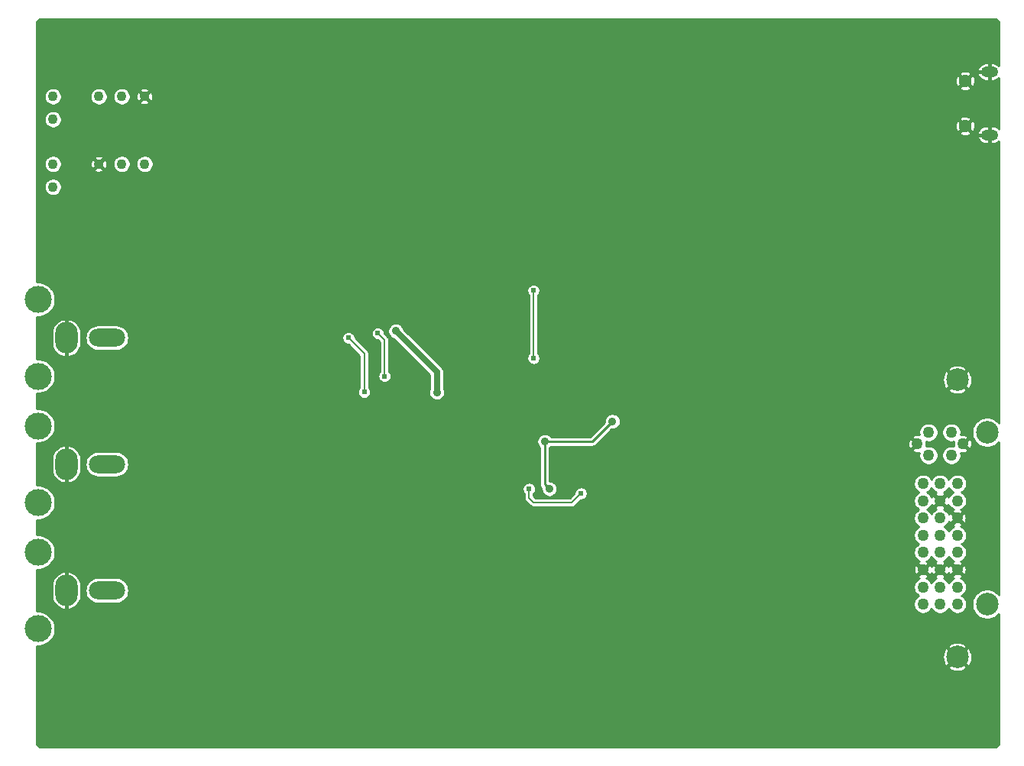
<source format=gbr>
G04 #@! TF.GenerationSoftware,KiCad,Pcbnew,(5.1.0)-1*
G04 #@! TF.CreationDate,2019-03-23T21:37:36-07:00*
G04 #@! TF.ProjectId,yuv2dvi,79757632-6476-4692-9e6b-696361645f70,0.1*
G04 #@! TF.SameCoordinates,Original*
G04 #@! TF.FileFunction,Copper,L2,Bot*
G04 #@! TF.FilePolarity,Positive*
%FSLAX46Y46*%
G04 Gerber Fmt 4.6, Leading zero omitted, Abs format (unit mm)*
G04 Created by KiCad (PCBNEW (5.1.0)-1) date 2019-03-23 21:37:36*
%MOMM*%
%LPD*%
G04 APERTURE LIST*
%ADD10C,3.000000*%
%ADD11O,4.000000X2.000000*%
%ADD12O,2.500000X3.500000*%
%ADD13C,1.100000*%
%ADD14O,1.900000X1.200000*%
%ADD15C,1.450000*%
%ADD16C,2.500000*%
%ADD17C,1.260000*%
%ADD18C,0.609600*%
%ADD19C,0.914400*%
%ADD20C,0.700000*%
%ADD21C,0.250000*%
%ADD22C,0.248920*%
%ADD23C,0.203200*%
%ADD24C,0.254000*%
G04 APERTURE END LIST*
D10*
X100850000Y-117750000D03*
X100850000Y-126250000D03*
D11*
X108500000Y-122000000D03*
D12*
X104000000Y-122000000D03*
D10*
X100850000Y-103750000D03*
X100850000Y-112250000D03*
D11*
X108500000Y-108000000D03*
D12*
X104000000Y-108000000D03*
D10*
X100850000Y-89750000D03*
X100850000Y-98250000D03*
D11*
X108500000Y-94000000D03*
D12*
X104000000Y-94000000D03*
D13*
X102500000Y-77270000D03*
X102500000Y-74730000D03*
X112660000Y-74730000D03*
X110120000Y-74730000D03*
X107580000Y-74730000D03*
X102500000Y-69770000D03*
X102500000Y-67230000D03*
X112660000Y-67230000D03*
X110120000Y-67230000D03*
X107580000Y-67230000D03*
D14*
X206262500Y-64500000D03*
X206262500Y-71500000D03*
D15*
X203562500Y-65500000D03*
X203562500Y-70500000D03*
D16*
X206000000Y-123525000D03*
X206000000Y-104475000D03*
X202700000Y-129365000D03*
X202700000Y-98635000D03*
D17*
X198890000Y-123525000D03*
X198890000Y-121615000D03*
X198890000Y-119705000D03*
X198890000Y-117795000D03*
X198890000Y-115885000D03*
X198890000Y-113975000D03*
X198890000Y-112065000D03*
X198890000Y-110155000D03*
X200795000Y-123525000D03*
X200795000Y-121615000D03*
X200795000Y-119705000D03*
X200795000Y-117795000D03*
X200795000Y-115885000D03*
X200795000Y-113975000D03*
X200795000Y-112065000D03*
X200795000Y-110155000D03*
X202700000Y-123525000D03*
X202700000Y-121615000D03*
X202700000Y-119705000D03*
X202700000Y-117795000D03*
X202700000Y-115885000D03*
X202700000Y-113975000D03*
X202700000Y-112065000D03*
X202700000Y-110155000D03*
X203330000Y-105745000D03*
X202060000Y-104475000D03*
X202060000Y-107015000D03*
X198250000Y-105745000D03*
X199520000Y-107015000D03*
X199520000Y-104475000D03*
D18*
X123000000Y-112000000D03*
X131000000Y-112000000D03*
X131000000Y-103000000D03*
X123000000Y-103000000D03*
X123000000Y-95000000D03*
X131000000Y-95000000D03*
X138000000Y-95000000D03*
X116000000Y-92000000D03*
X151500000Y-103000000D03*
X142000000Y-102000000D03*
X138500000Y-105000000D03*
X168000000Y-105000000D03*
X173000000Y-107000000D03*
X173000000Y-111000000D03*
X170000000Y-114500000D03*
X161000000Y-114500000D03*
X194000000Y-103500000D03*
X196500000Y-100000000D03*
X176000000Y-74500000D03*
X180000000Y-70000000D03*
X186000000Y-64000000D03*
X145000000Y-64000000D03*
X130000000Y-75000000D03*
X160000000Y-77000000D03*
X158500000Y-79500000D03*
X120000000Y-80000000D03*
X160000000Y-70000000D03*
X155000000Y-72500000D03*
X200000000Y-138000000D03*
X160000000Y-138000000D03*
X180000000Y-138000000D03*
X140000000Y-138000000D03*
X120000000Y-138000000D03*
X176000000Y-84000000D03*
X183000000Y-93000000D03*
X173000000Y-101000000D03*
X194000000Y-120000000D03*
X194000000Y-125000000D03*
X159000000Y-90000000D03*
X162000000Y-89000000D03*
X139000000Y-115000000D03*
X139000000Y-112000000D03*
X144000000Y-107000000D03*
X145000000Y-115000000D03*
X151000000Y-115000000D03*
X140000000Y-75000000D03*
X140000000Y-70000000D03*
X144000000Y-91000000D03*
X140000000Y-80000000D03*
X135000000Y-64000000D03*
X130000000Y-80000000D03*
X190000000Y-70000000D03*
X175000000Y-64000000D03*
X165000000Y-64000000D03*
X155000000Y-64000000D03*
X150000000Y-70000000D03*
X140000000Y-60000000D03*
X130000000Y-60000000D03*
X120000000Y-60000000D03*
X150000000Y-60000000D03*
X160000000Y-60000000D03*
X170000000Y-60000000D03*
X180000000Y-60000000D03*
X190000000Y-60000000D03*
X170000000Y-138000000D03*
X190000000Y-138000000D03*
X150000000Y-138000000D03*
X130000000Y-138000000D03*
X110000000Y-138000000D03*
X170000000Y-77000000D03*
X178000000Y-81000000D03*
X181000000Y-86000000D03*
X178000000Y-88000000D03*
X185000000Y-90000000D03*
X192000000Y-91000000D03*
X196000000Y-94000000D03*
X190000000Y-93000000D03*
X194000000Y-97000000D03*
X173000000Y-81000000D03*
X174000000Y-77000000D03*
X161000000Y-85000000D03*
X158000000Y-86000000D03*
X153500000Y-75500000D03*
X148500000Y-75000000D03*
X148000000Y-101000000D03*
X130000000Y-70000000D03*
X146000000Y-93750000D03*
X150500000Y-91000000D03*
X153500000Y-93500000D03*
X159250000Y-93500000D03*
X134250000Y-98000000D03*
X138000000Y-97750000D03*
X142500000Y-97250000D03*
X162250000Y-106250000D03*
D19*
X157500000Y-110750000D03*
X140500000Y-93250000D03*
X145038823Y-100038823D03*
X164499998Y-103250000D03*
X157000004Y-105500000D03*
D18*
X155750000Y-88750000D03*
X155750000Y-96250000D03*
X135250000Y-94000000D03*
X137000000Y-100000000D03*
X155250000Y-110750000D03*
X161000000Y-111250000D03*
X139250000Y-98250000D03*
X138500000Y-93500000D03*
D20*
X145038823Y-97788823D02*
X145038823Y-100038823D01*
X140500000Y-93250000D02*
X145038823Y-97788823D01*
D21*
X162249998Y-105500000D02*
X157646582Y-105500000D01*
X157646582Y-105500000D02*
X157000004Y-105500000D01*
X164499998Y-103250000D02*
X162249998Y-105500000D01*
D22*
X157000004Y-106146578D02*
X157000004Y-105500000D01*
X157500000Y-110750000D02*
X157000004Y-110250004D01*
X157000004Y-110250004D02*
X157000004Y-106146578D01*
D23*
X155750000Y-88750000D02*
X155750000Y-96250000D01*
X137000000Y-95750000D02*
X137000000Y-100000000D01*
X135250000Y-94000000D02*
X137000000Y-95750000D01*
X139250000Y-98250000D02*
X139250000Y-94250000D01*
X139250000Y-94250000D02*
X138500000Y-93500000D01*
X160000000Y-112250000D02*
X161000000Y-111250000D01*
X155750000Y-112250000D02*
X160000000Y-112250000D01*
X155250000Y-110750000D02*
X155250000Y-111750000D01*
X155250000Y-111750000D02*
X155750000Y-112250000D01*
D24*
G36*
X207059955Y-58734012D02*
G01*
X207265988Y-58940045D01*
X207318200Y-59006689D01*
X207318200Y-63820051D01*
X207220872Y-63726663D01*
X207058312Y-63622835D01*
X206878619Y-63552716D01*
X206688700Y-63519000D01*
X206338700Y-63519000D01*
X206338700Y-64423800D01*
X206358700Y-64423800D01*
X206358700Y-64576200D01*
X206338700Y-64576200D01*
X206338700Y-65481000D01*
X206688700Y-65481000D01*
X206878619Y-65447284D01*
X207058312Y-65377165D01*
X207220872Y-65273337D01*
X207318200Y-65179949D01*
X207318200Y-70820051D01*
X207220872Y-70726663D01*
X207058312Y-70622835D01*
X206878619Y-70552716D01*
X206688700Y-70519000D01*
X206338700Y-70519000D01*
X206338700Y-71423800D01*
X206358700Y-71423800D01*
X206358700Y-71576200D01*
X206338700Y-71576200D01*
X206338700Y-72481000D01*
X206688700Y-72481000D01*
X206878619Y-72447284D01*
X207058312Y-72377165D01*
X207220872Y-72273337D01*
X207318200Y-72179949D01*
X207318201Y-103420666D01*
X207306340Y-103402915D01*
X207072085Y-103168660D01*
X206796631Y-102984608D01*
X206490563Y-102857830D01*
X206165643Y-102793200D01*
X205834357Y-102793200D01*
X205509437Y-102857830D01*
X205203369Y-102984608D01*
X204927915Y-103168660D01*
X204693660Y-103402915D01*
X204509608Y-103678369D01*
X204382830Y-103984437D01*
X204318200Y-104309357D01*
X204318200Y-104640643D01*
X204382830Y-104965563D01*
X204509608Y-105271631D01*
X204693660Y-105547085D01*
X204927915Y-105781340D01*
X205203369Y-105965392D01*
X205509437Y-106092170D01*
X205834357Y-106156800D01*
X206165643Y-106156800D01*
X206490563Y-106092170D01*
X206796631Y-105965392D01*
X207072085Y-105781340D01*
X207306340Y-105547085D01*
X207318201Y-105529334D01*
X207318201Y-122470666D01*
X207306340Y-122452915D01*
X207072085Y-122218660D01*
X206796631Y-122034608D01*
X206490563Y-121907830D01*
X206165643Y-121843200D01*
X205834357Y-121843200D01*
X205509437Y-121907830D01*
X205203369Y-122034608D01*
X204927915Y-122218660D01*
X204693660Y-122452915D01*
X204509608Y-122728369D01*
X204382830Y-123034437D01*
X204318200Y-123359357D01*
X204318200Y-123690643D01*
X204382830Y-124015563D01*
X204509608Y-124321631D01*
X204693660Y-124597085D01*
X204927915Y-124831340D01*
X205203369Y-125015392D01*
X205509437Y-125142170D01*
X205834357Y-125206800D01*
X206165643Y-125206800D01*
X206490563Y-125142170D01*
X206796631Y-125015392D01*
X207072085Y-124831340D01*
X207306340Y-124597085D01*
X207318201Y-124579334D01*
X207318201Y-138993310D01*
X207265988Y-139059955D01*
X207059955Y-139265988D01*
X206993311Y-139318200D01*
X101006689Y-139318200D01*
X100940045Y-139265988D01*
X100734012Y-139059955D01*
X100681800Y-138993311D01*
X100681800Y-130509070D01*
X201663693Y-130509070D01*
X201799372Y-130734247D01*
X202083804Y-130883641D01*
X202391916Y-130974675D01*
X202711868Y-131003850D01*
X203031364Y-130970045D01*
X203338126Y-130874558D01*
X203600628Y-130734247D01*
X203736307Y-130509070D01*
X202700000Y-129472763D01*
X201663693Y-130509070D01*
X100681800Y-130509070D01*
X100681800Y-129376868D01*
X201061150Y-129376868D01*
X201094955Y-129696364D01*
X201190442Y-130003126D01*
X201330753Y-130265628D01*
X201555930Y-130401307D01*
X202592237Y-129365000D01*
X202807763Y-129365000D01*
X203844070Y-130401307D01*
X204069247Y-130265628D01*
X204218641Y-129981196D01*
X204309675Y-129673084D01*
X204338850Y-129353132D01*
X204305045Y-129033636D01*
X204209558Y-128726874D01*
X204069247Y-128464372D01*
X203844070Y-128328693D01*
X202807763Y-129365000D01*
X202592237Y-129365000D01*
X201555930Y-128328693D01*
X201330753Y-128464372D01*
X201181359Y-128748804D01*
X201090325Y-129056916D01*
X201061150Y-129376868D01*
X100681800Y-129376868D01*
X100681800Y-128220930D01*
X201663693Y-128220930D01*
X202700000Y-129257237D01*
X203736307Y-128220930D01*
X203600628Y-127995753D01*
X203316196Y-127846359D01*
X203008084Y-127755325D01*
X202688132Y-127726150D01*
X202368636Y-127759955D01*
X202061874Y-127855442D01*
X201799372Y-127995753D01*
X201663693Y-128220930D01*
X100681800Y-128220930D01*
X100681800Y-128181800D01*
X101040266Y-128181800D01*
X101413485Y-128107562D01*
X101765050Y-127961939D01*
X102081451Y-127750527D01*
X102350527Y-127481451D01*
X102561939Y-127165050D01*
X102707562Y-126813485D01*
X102781800Y-126440266D01*
X102781800Y-126059734D01*
X102707562Y-125686515D01*
X102561939Y-125334950D01*
X102350527Y-125018549D01*
X102081451Y-124749473D01*
X101765050Y-124538061D01*
X101413485Y-124392438D01*
X101040266Y-124318200D01*
X100681800Y-124318200D01*
X100681800Y-121423800D01*
X102369000Y-121423800D01*
X102369000Y-122576200D01*
X102415205Y-122892928D01*
X102522313Y-123194556D01*
X102686207Y-123469493D01*
X102900590Y-123707173D01*
X103157223Y-123898462D01*
X103446243Y-124036009D01*
X103669872Y-124097240D01*
X103923800Y-124033858D01*
X103923800Y-122076200D01*
X103903800Y-122076200D01*
X103903800Y-121923800D01*
X103923800Y-121923800D01*
X103923800Y-119966142D01*
X104076200Y-119966142D01*
X104076200Y-121923800D01*
X104096200Y-121923800D01*
X104096200Y-122076200D01*
X104076200Y-122076200D01*
X104076200Y-124033858D01*
X104330128Y-124097240D01*
X104553757Y-124036009D01*
X104842777Y-123898462D01*
X105099410Y-123707173D01*
X105313793Y-123469493D01*
X105477687Y-123194556D01*
X105584795Y-122892928D01*
X105631000Y-122576200D01*
X105631000Y-122000000D01*
X106061273Y-122000000D01*
X106088918Y-122280682D01*
X106170790Y-122550577D01*
X106303742Y-122799314D01*
X106482666Y-123017334D01*
X106700686Y-123196258D01*
X106949423Y-123329210D01*
X107219318Y-123411082D01*
X107429670Y-123431800D01*
X109570330Y-123431800D01*
X109780682Y-123411082D01*
X110050577Y-123329210D01*
X110299314Y-123196258D01*
X110517334Y-123017334D01*
X110696258Y-122799314D01*
X110829210Y-122550577D01*
X110911082Y-122280682D01*
X110938727Y-122000000D01*
X110911082Y-121719318D01*
X110847714Y-121510422D01*
X197828200Y-121510422D01*
X197828200Y-121719578D01*
X197869004Y-121924716D01*
X197949045Y-122117951D01*
X198065246Y-122291858D01*
X198213142Y-122439754D01*
X198387049Y-122555955D01*
X198420956Y-122570000D01*
X198387049Y-122584045D01*
X198213142Y-122700246D01*
X198065246Y-122848142D01*
X197949045Y-123022049D01*
X197869004Y-123215284D01*
X197828200Y-123420422D01*
X197828200Y-123629578D01*
X197869004Y-123834716D01*
X197949045Y-124027951D01*
X198065246Y-124201858D01*
X198213142Y-124349754D01*
X198387049Y-124465955D01*
X198580284Y-124545996D01*
X198785422Y-124586800D01*
X198994578Y-124586800D01*
X199199716Y-124545996D01*
X199392951Y-124465955D01*
X199566858Y-124349754D01*
X199714754Y-124201858D01*
X199830955Y-124027951D01*
X199842500Y-124000079D01*
X199854045Y-124027951D01*
X199970246Y-124201858D01*
X200118142Y-124349754D01*
X200292049Y-124465955D01*
X200485284Y-124545996D01*
X200690422Y-124586800D01*
X200899578Y-124586800D01*
X201104716Y-124545996D01*
X201297951Y-124465955D01*
X201471858Y-124349754D01*
X201619754Y-124201858D01*
X201735955Y-124027951D01*
X201747500Y-124000079D01*
X201759045Y-124027951D01*
X201875246Y-124201858D01*
X202023142Y-124349754D01*
X202197049Y-124465955D01*
X202390284Y-124545996D01*
X202595422Y-124586800D01*
X202804578Y-124586800D01*
X203009716Y-124545996D01*
X203202951Y-124465955D01*
X203376858Y-124349754D01*
X203524754Y-124201858D01*
X203640955Y-124027951D01*
X203720996Y-123834716D01*
X203761800Y-123629578D01*
X203761800Y-123420422D01*
X203720996Y-123215284D01*
X203640955Y-123022049D01*
X203524754Y-122848142D01*
X203376858Y-122700246D01*
X203202951Y-122584045D01*
X203169044Y-122570000D01*
X203202951Y-122555955D01*
X203376858Y-122439754D01*
X203524754Y-122291858D01*
X203640955Y-122117951D01*
X203720996Y-121924716D01*
X203761800Y-121719578D01*
X203761800Y-121510422D01*
X203720996Y-121305284D01*
X203640955Y-121112049D01*
X203524754Y-120938142D01*
X203376858Y-120790246D01*
X203202951Y-120674045D01*
X203106902Y-120634260D01*
X203122118Y-120629042D01*
X203233797Y-120569348D01*
X203294877Y-120407640D01*
X202700000Y-119812763D01*
X202105123Y-120407640D01*
X202166203Y-120569348D01*
X202296219Y-120632967D01*
X202197049Y-120674045D01*
X202023142Y-120790246D01*
X201875246Y-120938142D01*
X201759045Y-121112049D01*
X201747500Y-121139921D01*
X201735955Y-121112049D01*
X201619754Y-120938142D01*
X201471858Y-120790246D01*
X201297951Y-120674045D01*
X201201902Y-120634260D01*
X201217118Y-120629042D01*
X201328797Y-120569348D01*
X201389877Y-120407640D01*
X200795000Y-119812763D01*
X200200123Y-120407640D01*
X200261203Y-120569348D01*
X200391219Y-120632967D01*
X200292049Y-120674045D01*
X200118142Y-120790246D01*
X199970246Y-120938142D01*
X199854045Y-121112049D01*
X199842500Y-121139921D01*
X199830955Y-121112049D01*
X199714754Y-120938142D01*
X199566858Y-120790246D01*
X199392951Y-120674045D01*
X199296902Y-120634260D01*
X199312118Y-120629042D01*
X199423797Y-120569348D01*
X199484877Y-120407640D01*
X198890000Y-119812763D01*
X198295123Y-120407640D01*
X198356203Y-120569348D01*
X198486219Y-120632967D01*
X198387049Y-120674045D01*
X198213142Y-120790246D01*
X198065246Y-120938142D01*
X197949045Y-121112049D01*
X197869004Y-121305284D01*
X197828200Y-121510422D01*
X110847714Y-121510422D01*
X110829210Y-121449423D01*
X110696258Y-121200686D01*
X110517334Y-120982666D01*
X110299314Y-120803742D01*
X110050577Y-120670790D01*
X109780682Y-120588918D01*
X109570330Y-120568200D01*
X107429670Y-120568200D01*
X107219318Y-120588918D01*
X106949423Y-120670790D01*
X106700686Y-120803742D01*
X106482666Y-120982666D01*
X106303742Y-121200686D01*
X106170790Y-121449423D01*
X106088918Y-121719318D01*
X106061273Y-122000000D01*
X105631000Y-122000000D01*
X105631000Y-121423800D01*
X105584795Y-121107072D01*
X105477687Y-120805444D01*
X105313793Y-120530507D01*
X105099410Y-120292827D01*
X104842777Y-120101538D01*
X104553757Y-119963991D01*
X104330128Y-119902760D01*
X104076200Y-119966142D01*
X103923800Y-119966142D01*
X103669872Y-119902760D01*
X103446243Y-119963991D01*
X103157223Y-120101538D01*
X102900590Y-120292827D01*
X102686207Y-120530507D01*
X102522313Y-120805444D01*
X102415205Y-121107072D01*
X102369000Y-121423800D01*
X100681800Y-121423800D01*
X100681800Y-119741371D01*
X197874759Y-119741371D01*
X197901361Y-119938736D01*
X197965958Y-120127118D01*
X198025652Y-120238797D01*
X198187360Y-120299877D01*
X198782237Y-119705000D01*
X198997763Y-119705000D01*
X199592640Y-120299877D01*
X199754348Y-120238797D01*
X199841879Y-120059914D01*
X199844508Y-120049982D01*
X199870958Y-120127118D01*
X199930652Y-120238797D01*
X200092360Y-120299877D01*
X200687237Y-119705000D01*
X200902763Y-119705000D01*
X201497640Y-120299877D01*
X201659348Y-120238797D01*
X201746879Y-120059914D01*
X201749508Y-120049982D01*
X201775958Y-120127118D01*
X201835652Y-120238797D01*
X201997360Y-120299877D01*
X202592237Y-119705000D01*
X202807763Y-119705000D01*
X203402640Y-120299877D01*
X203564348Y-120238797D01*
X203651879Y-120059914D01*
X203702829Y-119867392D01*
X203715241Y-119668629D01*
X203688639Y-119471264D01*
X203624042Y-119282882D01*
X203564348Y-119171203D01*
X203402640Y-119110123D01*
X202807763Y-119705000D01*
X202592237Y-119705000D01*
X201997360Y-119110123D01*
X201835652Y-119171203D01*
X201748121Y-119350086D01*
X201745492Y-119360018D01*
X201719042Y-119282882D01*
X201659348Y-119171203D01*
X201497640Y-119110123D01*
X200902763Y-119705000D01*
X200687237Y-119705000D01*
X200092360Y-119110123D01*
X199930652Y-119171203D01*
X199843121Y-119350086D01*
X199840492Y-119360018D01*
X199814042Y-119282882D01*
X199754348Y-119171203D01*
X199592640Y-119110123D01*
X198997763Y-119705000D01*
X198782237Y-119705000D01*
X198187360Y-119110123D01*
X198025652Y-119171203D01*
X197938121Y-119350086D01*
X197887171Y-119542608D01*
X197874759Y-119741371D01*
X100681800Y-119741371D01*
X100681800Y-119681800D01*
X101040266Y-119681800D01*
X101413485Y-119607562D01*
X101765050Y-119461939D01*
X102081451Y-119250527D01*
X102350527Y-118981451D01*
X102561939Y-118665050D01*
X102707562Y-118313485D01*
X102781800Y-117940266D01*
X102781800Y-117559734D01*
X102707562Y-117186515D01*
X102561939Y-116834950D01*
X102350527Y-116518549D01*
X102081451Y-116249473D01*
X101765050Y-116038061D01*
X101413485Y-115892438D01*
X101040266Y-115818200D01*
X100681800Y-115818200D01*
X100681800Y-114181800D01*
X101040266Y-114181800D01*
X101413485Y-114107562D01*
X101765050Y-113961939D01*
X102081451Y-113750527D01*
X102350527Y-113481451D01*
X102561939Y-113165050D01*
X102707562Y-112813485D01*
X102781800Y-112440266D01*
X102781800Y-112059734D01*
X102707562Y-111686515D01*
X102561939Y-111334950D01*
X102350527Y-111018549D01*
X102081451Y-110749473D01*
X101973663Y-110677451D01*
X154513400Y-110677451D01*
X154513400Y-110822549D01*
X154541707Y-110964858D01*
X154597234Y-111098911D01*
X154677845Y-111219555D01*
X154716601Y-111258311D01*
X154716601Y-111723804D01*
X154714021Y-111750000D01*
X154724319Y-111854564D01*
X154754819Y-111955110D01*
X154771651Y-111986600D01*
X154804350Y-112047775D01*
X154831674Y-112081069D01*
X154854307Y-112108648D01*
X154854310Y-112108651D01*
X154871006Y-112128995D01*
X154891350Y-112145691D01*
X155354304Y-112608645D01*
X155371005Y-112628995D01*
X155452225Y-112695651D01*
X155544889Y-112745181D01*
X155645435Y-112775681D01*
X155723805Y-112783400D01*
X155723806Y-112783400D01*
X155750000Y-112785980D01*
X155776194Y-112783400D01*
X159973813Y-112783400D01*
X160000000Y-112785979D01*
X160026187Y-112783400D01*
X160026195Y-112783400D01*
X160104565Y-112775681D01*
X160205111Y-112745181D01*
X160297775Y-112695651D01*
X160378995Y-112628995D01*
X160395696Y-112608645D01*
X161017741Y-111986600D01*
X161072549Y-111986600D01*
X161214858Y-111958293D01*
X161348911Y-111902766D01*
X161469555Y-111822155D01*
X161572155Y-111719555D01*
X161652766Y-111598911D01*
X161708293Y-111464858D01*
X161736600Y-111322549D01*
X161736600Y-111177451D01*
X161708293Y-111035142D01*
X161652766Y-110901089D01*
X161572155Y-110780445D01*
X161469555Y-110677845D01*
X161348911Y-110597234D01*
X161214858Y-110541707D01*
X161072549Y-110513400D01*
X160927451Y-110513400D01*
X160785142Y-110541707D01*
X160651089Y-110597234D01*
X160530445Y-110677845D01*
X160427845Y-110780445D01*
X160347234Y-110901089D01*
X160291707Y-111035142D01*
X160263400Y-111177451D01*
X160263400Y-111232259D01*
X159779059Y-111716600D01*
X155970941Y-111716600D01*
X155783400Y-111529059D01*
X155783400Y-111258310D01*
X155822155Y-111219555D01*
X155902766Y-111098911D01*
X155958293Y-110964858D01*
X155986600Y-110822549D01*
X155986600Y-110677451D01*
X155958293Y-110535142D01*
X155902766Y-110401089D01*
X155822155Y-110280445D01*
X155719555Y-110177845D01*
X155598911Y-110097234D01*
X155464858Y-110041707D01*
X155322549Y-110013400D01*
X155177451Y-110013400D01*
X155035142Y-110041707D01*
X154901089Y-110097234D01*
X154780445Y-110177845D01*
X154677845Y-110280445D01*
X154597234Y-110401089D01*
X154541707Y-110535142D01*
X154513400Y-110677451D01*
X101973663Y-110677451D01*
X101765050Y-110538061D01*
X101413485Y-110392438D01*
X101040266Y-110318200D01*
X100681800Y-110318200D01*
X100681800Y-107423800D01*
X102369000Y-107423800D01*
X102369000Y-108576200D01*
X102415205Y-108892928D01*
X102522313Y-109194556D01*
X102686207Y-109469493D01*
X102900590Y-109707173D01*
X103157223Y-109898462D01*
X103446243Y-110036009D01*
X103669872Y-110097240D01*
X103923800Y-110033858D01*
X103923800Y-108076200D01*
X103903800Y-108076200D01*
X103903800Y-107923800D01*
X103923800Y-107923800D01*
X103923800Y-105966142D01*
X104076200Y-105966142D01*
X104076200Y-107923800D01*
X104096200Y-107923800D01*
X104096200Y-108076200D01*
X104076200Y-108076200D01*
X104076200Y-110033858D01*
X104330128Y-110097240D01*
X104553757Y-110036009D01*
X104842777Y-109898462D01*
X105099410Y-109707173D01*
X105313793Y-109469493D01*
X105477687Y-109194556D01*
X105584795Y-108892928D01*
X105631000Y-108576200D01*
X105631000Y-108000000D01*
X106061273Y-108000000D01*
X106088918Y-108280682D01*
X106170790Y-108550577D01*
X106303742Y-108799314D01*
X106482666Y-109017334D01*
X106700686Y-109196258D01*
X106949423Y-109329210D01*
X107219318Y-109411082D01*
X107429670Y-109431800D01*
X109570330Y-109431800D01*
X109780682Y-109411082D01*
X110050577Y-109329210D01*
X110299314Y-109196258D01*
X110517334Y-109017334D01*
X110696258Y-108799314D01*
X110829210Y-108550577D01*
X110911082Y-108280682D01*
X110938727Y-108000000D01*
X110911082Y-107719318D01*
X110829210Y-107449423D01*
X110696258Y-107200686D01*
X110517334Y-106982666D01*
X110299314Y-106803742D01*
X110050577Y-106670790D01*
X109780682Y-106588918D01*
X109570330Y-106568200D01*
X107429670Y-106568200D01*
X107219318Y-106588918D01*
X106949423Y-106670790D01*
X106700686Y-106803742D01*
X106482666Y-106982666D01*
X106303742Y-107200686D01*
X106170790Y-107449423D01*
X106088918Y-107719318D01*
X106061273Y-108000000D01*
X105631000Y-108000000D01*
X105631000Y-107423800D01*
X105584795Y-107107072D01*
X105477687Y-106805444D01*
X105313793Y-106530507D01*
X105099410Y-106292827D01*
X104842777Y-106101538D01*
X104553757Y-105963991D01*
X104330128Y-105902760D01*
X104076200Y-105966142D01*
X103923800Y-105966142D01*
X103669872Y-105902760D01*
X103446243Y-105963991D01*
X103157223Y-106101538D01*
X102900590Y-106292827D01*
X102686207Y-106530507D01*
X102522313Y-106805444D01*
X102415205Y-107107072D01*
X102369000Y-107423800D01*
X100681800Y-107423800D01*
X100681800Y-105681800D01*
X101040266Y-105681800D01*
X101413485Y-105607562D01*
X101765050Y-105461939D01*
X101839129Y-105412441D01*
X156111004Y-105412441D01*
X156111004Y-105587559D01*
X156145168Y-105759312D01*
X156212183Y-105921099D01*
X156309473Y-106066704D01*
X156433300Y-106190531D01*
X156443745Y-106197510D01*
X156443744Y-110222689D01*
X156441054Y-110250004D01*
X156443744Y-110277319D01*
X156443744Y-110277325D01*
X156451793Y-110359049D01*
X156483601Y-110463904D01*
X156535253Y-110560541D01*
X156604766Y-110645242D01*
X156613066Y-110652054D01*
X156611000Y-110662441D01*
X156611000Y-110837559D01*
X156645164Y-111009312D01*
X156712179Y-111171099D01*
X156809469Y-111316704D01*
X156933296Y-111440531D01*
X157078901Y-111537821D01*
X157240688Y-111604836D01*
X157412441Y-111639000D01*
X157587559Y-111639000D01*
X157759312Y-111604836D01*
X157921099Y-111537821D01*
X158066704Y-111440531D01*
X158190531Y-111316704D01*
X158287821Y-111171099D01*
X158354836Y-111009312D01*
X158389000Y-110837559D01*
X158389000Y-110662441D01*
X158354836Y-110490688D01*
X158287821Y-110328901D01*
X158190531Y-110183296D01*
X158066704Y-110059469D01*
X158053165Y-110050422D01*
X197828200Y-110050422D01*
X197828200Y-110259578D01*
X197869004Y-110464716D01*
X197949045Y-110657951D01*
X198065246Y-110831858D01*
X198213142Y-110979754D01*
X198387049Y-111095955D01*
X198420956Y-111110000D01*
X198387049Y-111124045D01*
X198213142Y-111240246D01*
X198065246Y-111388142D01*
X197949045Y-111562049D01*
X197869004Y-111755284D01*
X197828200Y-111960422D01*
X197828200Y-112169578D01*
X197869004Y-112374716D01*
X197949045Y-112567951D01*
X198065246Y-112741858D01*
X198213142Y-112889754D01*
X198387049Y-113005955D01*
X198420956Y-113020000D01*
X198387049Y-113034045D01*
X198213142Y-113150246D01*
X198065246Y-113298142D01*
X197949045Y-113472049D01*
X197869004Y-113665284D01*
X197828200Y-113870422D01*
X197828200Y-114079578D01*
X197869004Y-114284716D01*
X197949045Y-114477951D01*
X198065246Y-114651858D01*
X198213142Y-114799754D01*
X198387049Y-114915955D01*
X198420956Y-114930000D01*
X198387049Y-114944045D01*
X198213142Y-115060246D01*
X198065246Y-115208142D01*
X197949045Y-115382049D01*
X197869004Y-115575284D01*
X197828200Y-115780422D01*
X197828200Y-115989578D01*
X197869004Y-116194716D01*
X197949045Y-116387951D01*
X198065246Y-116561858D01*
X198213142Y-116709754D01*
X198387049Y-116825955D01*
X198420956Y-116840000D01*
X198387049Y-116854045D01*
X198213142Y-116970246D01*
X198065246Y-117118142D01*
X197949045Y-117292049D01*
X197869004Y-117485284D01*
X197828200Y-117690422D01*
X197828200Y-117899578D01*
X197869004Y-118104716D01*
X197949045Y-118297951D01*
X198065246Y-118471858D01*
X198213142Y-118619754D01*
X198387049Y-118735955D01*
X198483098Y-118775740D01*
X198467882Y-118780958D01*
X198356203Y-118840652D01*
X198295123Y-119002360D01*
X198890000Y-119597237D01*
X199484877Y-119002360D01*
X199423797Y-118840652D01*
X199293781Y-118777033D01*
X199392951Y-118735955D01*
X199566858Y-118619754D01*
X199714754Y-118471858D01*
X199830955Y-118297951D01*
X199842500Y-118270079D01*
X199854045Y-118297951D01*
X199970246Y-118471858D01*
X200118142Y-118619754D01*
X200292049Y-118735955D01*
X200388098Y-118775740D01*
X200372882Y-118780958D01*
X200261203Y-118840652D01*
X200200123Y-119002360D01*
X200795000Y-119597237D01*
X201389877Y-119002360D01*
X201328797Y-118840652D01*
X201198781Y-118777033D01*
X201297951Y-118735955D01*
X201471858Y-118619754D01*
X201619754Y-118471858D01*
X201735955Y-118297951D01*
X201747500Y-118270079D01*
X201759045Y-118297951D01*
X201875246Y-118471858D01*
X202023142Y-118619754D01*
X202197049Y-118735955D01*
X202293098Y-118775740D01*
X202277882Y-118780958D01*
X202166203Y-118840652D01*
X202105123Y-119002360D01*
X202700000Y-119597237D01*
X203294877Y-119002360D01*
X203233797Y-118840652D01*
X203103781Y-118777033D01*
X203202951Y-118735955D01*
X203376858Y-118619754D01*
X203524754Y-118471858D01*
X203640955Y-118297951D01*
X203720996Y-118104716D01*
X203761800Y-117899578D01*
X203761800Y-117690422D01*
X203720996Y-117485284D01*
X203640955Y-117292049D01*
X203524754Y-117118142D01*
X203376858Y-116970246D01*
X203202951Y-116854045D01*
X203169044Y-116840000D01*
X203202951Y-116825955D01*
X203376858Y-116709754D01*
X203524754Y-116561858D01*
X203640955Y-116387951D01*
X203720996Y-116194716D01*
X203761800Y-115989578D01*
X203761800Y-115780422D01*
X203720996Y-115575284D01*
X203640955Y-115382049D01*
X203524754Y-115208142D01*
X203376858Y-115060246D01*
X203202951Y-114944045D01*
X203106902Y-114904260D01*
X203122118Y-114899042D01*
X203233797Y-114839348D01*
X203294877Y-114677640D01*
X202700000Y-114082763D01*
X202105123Y-114677640D01*
X202166203Y-114839348D01*
X202296219Y-114902967D01*
X202197049Y-114944045D01*
X202023142Y-115060246D01*
X201875246Y-115208142D01*
X201759045Y-115382049D01*
X201747500Y-115409921D01*
X201735955Y-115382049D01*
X201619754Y-115208142D01*
X201471858Y-115060246D01*
X201297951Y-114944045D01*
X201264044Y-114930000D01*
X201297951Y-114915955D01*
X201471858Y-114799754D01*
X201619754Y-114651858D01*
X201735955Y-114477951D01*
X201773005Y-114388506D01*
X201775958Y-114397118D01*
X201835652Y-114508797D01*
X201997360Y-114569877D01*
X202592237Y-113975000D01*
X202807763Y-113975000D01*
X203402640Y-114569877D01*
X203564348Y-114508797D01*
X203651879Y-114329914D01*
X203702829Y-114137392D01*
X203715241Y-113938629D01*
X203688639Y-113741264D01*
X203624042Y-113552882D01*
X203564348Y-113441203D01*
X203402640Y-113380123D01*
X202807763Y-113975000D01*
X202592237Y-113975000D01*
X201997360Y-113380123D01*
X201835652Y-113441203D01*
X201774741Y-113565685D01*
X201735955Y-113472049D01*
X201619754Y-113298142D01*
X201471858Y-113150246D01*
X201297951Y-113034045D01*
X201201902Y-112994260D01*
X201217118Y-112989042D01*
X201328797Y-112929348D01*
X201389877Y-112767640D01*
X200795000Y-112172763D01*
X200200123Y-112767640D01*
X200261203Y-112929348D01*
X200391219Y-112992967D01*
X200292049Y-113034045D01*
X200118142Y-113150246D01*
X199970246Y-113298142D01*
X199854045Y-113472049D01*
X199842500Y-113499921D01*
X199830955Y-113472049D01*
X199714754Y-113298142D01*
X199566858Y-113150246D01*
X199392951Y-113034045D01*
X199359044Y-113020000D01*
X199392951Y-113005955D01*
X199566858Y-112889754D01*
X199714754Y-112741858D01*
X199830955Y-112567951D01*
X199868005Y-112478506D01*
X199870958Y-112487118D01*
X199930652Y-112598797D01*
X200092360Y-112659877D01*
X200687237Y-112065000D01*
X200092360Y-111470123D01*
X199930652Y-111531203D01*
X199869741Y-111655685D01*
X199830955Y-111562049D01*
X199714754Y-111388142D01*
X199566858Y-111240246D01*
X199392951Y-111124045D01*
X199359044Y-111110000D01*
X199392951Y-111095955D01*
X199566858Y-110979754D01*
X199714754Y-110831858D01*
X199830955Y-110657951D01*
X199842500Y-110630079D01*
X199854045Y-110657951D01*
X199970246Y-110831858D01*
X200118142Y-110979754D01*
X200292049Y-111095955D01*
X200388098Y-111135740D01*
X200372882Y-111140958D01*
X200261203Y-111200652D01*
X200200123Y-111362360D01*
X200795000Y-111957237D01*
X201389877Y-111362360D01*
X201328797Y-111200652D01*
X201198781Y-111137033D01*
X201297951Y-111095955D01*
X201471858Y-110979754D01*
X201619754Y-110831858D01*
X201735955Y-110657951D01*
X201747500Y-110630079D01*
X201759045Y-110657951D01*
X201875246Y-110831858D01*
X202023142Y-110979754D01*
X202197049Y-111095955D01*
X202230956Y-111110000D01*
X202197049Y-111124045D01*
X202023142Y-111240246D01*
X201875246Y-111388142D01*
X201759045Y-111562049D01*
X201721995Y-111651494D01*
X201719042Y-111642882D01*
X201659348Y-111531203D01*
X201497640Y-111470123D01*
X200902763Y-112065000D01*
X201497640Y-112659877D01*
X201659348Y-112598797D01*
X201720259Y-112474315D01*
X201759045Y-112567951D01*
X201875246Y-112741858D01*
X202023142Y-112889754D01*
X202197049Y-113005955D01*
X202293098Y-113045740D01*
X202277882Y-113050958D01*
X202166203Y-113110652D01*
X202105123Y-113272360D01*
X202700000Y-113867237D01*
X203294877Y-113272360D01*
X203233797Y-113110652D01*
X203103781Y-113047033D01*
X203202951Y-113005955D01*
X203376858Y-112889754D01*
X203524754Y-112741858D01*
X203640955Y-112567951D01*
X203720996Y-112374716D01*
X203761800Y-112169578D01*
X203761800Y-111960422D01*
X203720996Y-111755284D01*
X203640955Y-111562049D01*
X203524754Y-111388142D01*
X203376858Y-111240246D01*
X203202951Y-111124045D01*
X203169044Y-111110000D01*
X203202951Y-111095955D01*
X203376858Y-110979754D01*
X203524754Y-110831858D01*
X203640955Y-110657951D01*
X203720996Y-110464716D01*
X203761800Y-110259578D01*
X203761800Y-110050422D01*
X203720996Y-109845284D01*
X203640955Y-109652049D01*
X203524754Y-109478142D01*
X203376858Y-109330246D01*
X203202951Y-109214045D01*
X203009716Y-109134004D01*
X202804578Y-109093200D01*
X202595422Y-109093200D01*
X202390284Y-109134004D01*
X202197049Y-109214045D01*
X202023142Y-109330246D01*
X201875246Y-109478142D01*
X201759045Y-109652049D01*
X201747500Y-109679921D01*
X201735955Y-109652049D01*
X201619754Y-109478142D01*
X201471858Y-109330246D01*
X201297951Y-109214045D01*
X201104716Y-109134004D01*
X200899578Y-109093200D01*
X200690422Y-109093200D01*
X200485284Y-109134004D01*
X200292049Y-109214045D01*
X200118142Y-109330246D01*
X199970246Y-109478142D01*
X199854045Y-109652049D01*
X199842500Y-109679921D01*
X199830955Y-109652049D01*
X199714754Y-109478142D01*
X199566858Y-109330246D01*
X199392951Y-109214045D01*
X199199716Y-109134004D01*
X198994578Y-109093200D01*
X198785422Y-109093200D01*
X198580284Y-109134004D01*
X198387049Y-109214045D01*
X198213142Y-109330246D01*
X198065246Y-109478142D01*
X197949045Y-109652049D01*
X197869004Y-109845284D01*
X197828200Y-110050422D01*
X158053165Y-110050422D01*
X157921099Y-109962179D01*
X157759312Y-109895164D01*
X157587559Y-109861000D01*
X157556264Y-109861000D01*
X157556264Y-106197509D01*
X157566708Y-106190531D01*
X157690535Y-106066704D01*
X157697153Y-106056800D01*
X162222654Y-106056800D01*
X162249998Y-106059493D01*
X162277342Y-106056800D01*
X162277349Y-106056800D01*
X162359150Y-106048743D01*
X162464107Y-106016905D01*
X162560836Y-105965202D01*
X162645620Y-105895622D01*
X162663061Y-105874370D01*
X162756060Y-105781371D01*
X197234759Y-105781371D01*
X197261361Y-105978736D01*
X197325958Y-106167118D01*
X197385652Y-106278797D01*
X197547360Y-106339877D01*
X198142237Y-105745000D01*
X197547360Y-105150123D01*
X197385652Y-105211203D01*
X197298121Y-105390086D01*
X197247171Y-105582608D01*
X197234759Y-105781371D01*
X162756060Y-105781371D01*
X163495071Y-105042360D01*
X197655123Y-105042360D01*
X198250000Y-105637237D01*
X198264143Y-105623095D01*
X198371906Y-105730858D01*
X198357763Y-105745000D01*
X198371906Y-105759143D01*
X198264143Y-105866906D01*
X198250000Y-105852763D01*
X197655123Y-106447640D01*
X197716203Y-106609348D01*
X197895086Y-106696879D01*
X198087608Y-106747829D01*
X198286371Y-106760241D01*
X198483736Y-106733639D01*
X198494069Y-106730096D01*
X198458200Y-106910422D01*
X198458200Y-107119578D01*
X198499004Y-107324716D01*
X198579045Y-107517951D01*
X198695246Y-107691858D01*
X198843142Y-107839754D01*
X199017049Y-107955955D01*
X199210284Y-108035996D01*
X199415422Y-108076800D01*
X199624578Y-108076800D01*
X199829716Y-108035996D01*
X200022951Y-107955955D01*
X200196858Y-107839754D01*
X200344754Y-107691858D01*
X200460955Y-107517951D01*
X200540996Y-107324716D01*
X200581800Y-107119578D01*
X200581800Y-106910422D01*
X200540996Y-106705284D01*
X200460955Y-106512049D01*
X200344754Y-106338142D01*
X200196858Y-106190246D01*
X200022951Y-106074045D01*
X199829716Y-105994004D01*
X199624578Y-105953200D01*
X199415422Y-105953200D01*
X199230998Y-105989884D01*
X199252829Y-105907392D01*
X199265241Y-105708629D01*
X199238639Y-105511264D01*
X199235096Y-105500931D01*
X199415422Y-105536800D01*
X199624578Y-105536800D01*
X199829716Y-105495996D01*
X200022951Y-105415955D01*
X200196858Y-105299754D01*
X200344754Y-105151858D01*
X200460955Y-104977951D01*
X200540996Y-104784716D01*
X200581800Y-104579578D01*
X200581800Y-104370422D01*
X200998200Y-104370422D01*
X200998200Y-104579578D01*
X201039004Y-104784716D01*
X201119045Y-104977951D01*
X201235246Y-105151858D01*
X201383142Y-105299754D01*
X201557049Y-105415955D01*
X201750284Y-105495996D01*
X201955422Y-105536800D01*
X202164578Y-105536800D01*
X202349002Y-105500116D01*
X202327171Y-105582608D01*
X202314759Y-105781371D01*
X202341361Y-105978736D01*
X202344904Y-105989069D01*
X202164578Y-105953200D01*
X201955422Y-105953200D01*
X201750284Y-105994004D01*
X201557049Y-106074045D01*
X201383142Y-106190246D01*
X201235246Y-106338142D01*
X201119045Y-106512049D01*
X201039004Y-106705284D01*
X200998200Y-106910422D01*
X200998200Y-107119578D01*
X201039004Y-107324716D01*
X201119045Y-107517951D01*
X201235246Y-107691858D01*
X201383142Y-107839754D01*
X201557049Y-107955955D01*
X201750284Y-108035996D01*
X201955422Y-108076800D01*
X202164578Y-108076800D01*
X202369716Y-108035996D01*
X202562951Y-107955955D01*
X202736858Y-107839754D01*
X202884754Y-107691858D01*
X203000955Y-107517951D01*
X203080996Y-107324716D01*
X203121800Y-107119578D01*
X203121800Y-106910422D01*
X203085116Y-106725998D01*
X203167608Y-106747829D01*
X203366371Y-106760241D01*
X203563736Y-106733639D01*
X203752118Y-106669042D01*
X203863797Y-106609348D01*
X203924877Y-106447640D01*
X203330000Y-105852763D01*
X203315858Y-105866906D01*
X203208095Y-105759143D01*
X203222237Y-105745000D01*
X203437763Y-105745000D01*
X204032640Y-106339877D01*
X204194348Y-106278797D01*
X204281879Y-106099914D01*
X204332829Y-105907392D01*
X204345241Y-105708629D01*
X204318639Y-105511264D01*
X204254042Y-105322882D01*
X204194348Y-105211203D01*
X204032640Y-105150123D01*
X203437763Y-105745000D01*
X203222237Y-105745000D01*
X203208095Y-105730858D01*
X203315858Y-105623095D01*
X203330000Y-105637237D01*
X203924877Y-105042360D01*
X203863797Y-104880652D01*
X203684914Y-104793121D01*
X203492392Y-104742171D01*
X203293629Y-104729759D01*
X203096264Y-104756361D01*
X203085931Y-104759904D01*
X203121800Y-104579578D01*
X203121800Y-104370422D01*
X203080996Y-104165284D01*
X203000955Y-103972049D01*
X202884754Y-103798142D01*
X202736858Y-103650246D01*
X202562951Y-103534045D01*
X202369716Y-103454004D01*
X202164578Y-103413200D01*
X201955422Y-103413200D01*
X201750284Y-103454004D01*
X201557049Y-103534045D01*
X201383142Y-103650246D01*
X201235246Y-103798142D01*
X201119045Y-103972049D01*
X201039004Y-104165284D01*
X200998200Y-104370422D01*
X200581800Y-104370422D01*
X200540996Y-104165284D01*
X200460955Y-103972049D01*
X200344754Y-103798142D01*
X200196858Y-103650246D01*
X200022951Y-103534045D01*
X199829716Y-103454004D01*
X199624578Y-103413200D01*
X199415422Y-103413200D01*
X199210284Y-103454004D01*
X199017049Y-103534045D01*
X198843142Y-103650246D01*
X198695246Y-103798142D01*
X198579045Y-103972049D01*
X198499004Y-104165284D01*
X198458200Y-104370422D01*
X198458200Y-104579578D01*
X198494884Y-104764002D01*
X198412392Y-104742171D01*
X198213629Y-104729759D01*
X198016264Y-104756361D01*
X197827882Y-104820958D01*
X197716203Y-104880652D01*
X197655123Y-105042360D01*
X163495071Y-105042360D01*
X164400756Y-104136676D01*
X164412439Y-104139000D01*
X164587557Y-104139000D01*
X164759310Y-104104836D01*
X164921097Y-104037821D01*
X165066702Y-103940531D01*
X165190529Y-103816704D01*
X165287819Y-103671099D01*
X165354834Y-103509312D01*
X165388998Y-103337559D01*
X165388998Y-103162441D01*
X165354834Y-102990688D01*
X165287819Y-102828901D01*
X165190529Y-102683296D01*
X165066702Y-102559469D01*
X164921097Y-102462179D01*
X164759310Y-102395164D01*
X164587557Y-102361000D01*
X164412439Y-102361000D01*
X164240686Y-102395164D01*
X164078899Y-102462179D01*
X163933294Y-102559469D01*
X163809467Y-102683296D01*
X163712177Y-102828901D01*
X163645162Y-102990688D01*
X163610998Y-103162441D01*
X163610998Y-103337559D01*
X163613322Y-103349242D01*
X162019365Y-104943200D01*
X157697153Y-104943200D01*
X157690535Y-104933296D01*
X157566708Y-104809469D01*
X157421103Y-104712179D01*
X157259316Y-104645164D01*
X157087563Y-104611000D01*
X156912445Y-104611000D01*
X156740692Y-104645164D01*
X156578905Y-104712179D01*
X156433300Y-104809469D01*
X156309473Y-104933296D01*
X156212183Y-105078901D01*
X156145168Y-105240688D01*
X156111004Y-105412441D01*
X101839129Y-105412441D01*
X102081451Y-105250527D01*
X102350527Y-104981451D01*
X102561939Y-104665050D01*
X102707562Y-104313485D01*
X102781800Y-103940266D01*
X102781800Y-103559734D01*
X102707562Y-103186515D01*
X102561939Y-102834950D01*
X102350527Y-102518549D01*
X102081451Y-102249473D01*
X101765050Y-102038061D01*
X101413485Y-101892438D01*
X101040266Y-101818200D01*
X100681800Y-101818200D01*
X100681800Y-100181800D01*
X101040266Y-100181800D01*
X101413485Y-100107562D01*
X101765050Y-99961939D01*
X102081451Y-99750527D01*
X102350527Y-99481451D01*
X102561939Y-99165050D01*
X102707562Y-98813485D01*
X102781800Y-98440266D01*
X102781800Y-98059734D01*
X102707562Y-97686515D01*
X102561939Y-97334950D01*
X102350527Y-97018549D01*
X102081451Y-96749473D01*
X101765050Y-96538061D01*
X101413485Y-96392438D01*
X101040266Y-96318200D01*
X100681800Y-96318200D01*
X100681800Y-93423800D01*
X102369000Y-93423800D01*
X102369000Y-94576200D01*
X102415205Y-94892928D01*
X102522313Y-95194556D01*
X102686207Y-95469493D01*
X102900590Y-95707173D01*
X103157223Y-95898462D01*
X103446243Y-96036009D01*
X103669872Y-96097240D01*
X103923800Y-96033858D01*
X103923800Y-94076200D01*
X103903800Y-94076200D01*
X103903800Y-93923800D01*
X103923800Y-93923800D01*
X103923800Y-91966142D01*
X104076200Y-91966142D01*
X104076200Y-93923800D01*
X104096200Y-93923800D01*
X104096200Y-94076200D01*
X104076200Y-94076200D01*
X104076200Y-96033858D01*
X104330128Y-96097240D01*
X104553757Y-96036009D01*
X104842777Y-95898462D01*
X105099410Y-95707173D01*
X105313793Y-95469493D01*
X105477687Y-95194556D01*
X105584795Y-94892928D01*
X105631000Y-94576200D01*
X105631000Y-94000000D01*
X106061273Y-94000000D01*
X106088918Y-94280682D01*
X106170790Y-94550577D01*
X106303742Y-94799314D01*
X106482666Y-95017334D01*
X106700686Y-95196258D01*
X106949423Y-95329210D01*
X107219318Y-95411082D01*
X107429670Y-95431800D01*
X109570330Y-95431800D01*
X109780682Y-95411082D01*
X110050577Y-95329210D01*
X110299314Y-95196258D01*
X110517334Y-95017334D01*
X110696258Y-94799314D01*
X110829210Y-94550577D01*
X110911082Y-94280682D01*
X110938727Y-94000000D01*
X110931582Y-93927451D01*
X134513400Y-93927451D01*
X134513400Y-94072549D01*
X134541707Y-94214858D01*
X134597234Y-94348911D01*
X134677845Y-94469555D01*
X134780445Y-94572155D01*
X134901089Y-94652766D01*
X135035142Y-94708293D01*
X135177451Y-94736600D01*
X135232259Y-94736600D01*
X136466600Y-95970941D01*
X136466601Y-99491689D01*
X136427845Y-99530445D01*
X136347234Y-99651089D01*
X136291707Y-99785142D01*
X136263400Y-99927451D01*
X136263400Y-100072549D01*
X136291707Y-100214858D01*
X136347234Y-100348911D01*
X136427845Y-100469555D01*
X136530445Y-100572155D01*
X136651089Y-100652766D01*
X136785142Y-100708293D01*
X136927451Y-100736600D01*
X137072549Y-100736600D01*
X137214858Y-100708293D01*
X137348911Y-100652766D01*
X137469555Y-100572155D01*
X137572155Y-100469555D01*
X137652766Y-100348911D01*
X137708293Y-100214858D01*
X137736600Y-100072549D01*
X137736600Y-99927451D01*
X137708293Y-99785142D01*
X137652766Y-99651089D01*
X137572155Y-99530445D01*
X137533400Y-99491690D01*
X137533400Y-95776194D01*
X137535980Y-95750000D01*
X137525681Y-95645436D01*
X137511060Y-95597234D01*
X137495181Y-95544889D01*
X137445651Y-95452225D01*
X137378995Y-95371005D01*
X137358645Y-95354304D01*
X135986600Y-93982259D01*
X135986600Y-93927451D01*
X135958293Y-93785142D01*
X135902766Y-93651089D01*
X135822155Y-93530445D01*
X135719555Y-93427845D01*
X135718966Y-93427451D01*
X137763400Y-93427451D01*
X137763400Y-93572549D01*
X137791707Y-93714858D01*
X137847234Y-93848911D01*
X137927845Y-93969555D01*
X138030445Y-94072155D01*
X138151089Y-94152766D01*
X138285142Y-94208293D01*
X138427451Y-94236600D01*
X138482259Y-94236600D01*
X138716601Y-94470943D01*
X138716600Y-97741690D01*
X138677845Y-97780445D01*
X138597234Y-97901089D01*
X138541707Y-98035142D01*
X138513400Y-98177451D01*
X138513400Y-98322549D01*
X138541707Y-98464858D01*
X138597234Y-98598911D01*
X138677845Y-98719555D01*
X138780445Y-98822155D01*
X138901089Y-98902766D01*
X139035142Y-98958293D01*
X139177451Y-98986600D01*
X139322549Y-98986600D01*
X139464858Y-98958293D01*
X139598911Y-98902766D01*
X139719555Y-98822155D01*
X139822155Y-98719555D01*
X139902766Y-98598911D01*
X139958293Y-98464858D01*
X139986600Y-98322549D01*
X139986600Y-98177451D01*
X139958293Y-98035142D01*
X139902766Y-97901089D01*
X139822155Y-97780445D01*
X139783400Y-97741690D01*
X139783400Y-94276186D01*
X139785979Y-94249999D01*
X139783400Y-94223812D01*
X139783400Y-94223805D01*
X139775681Y-94145435D01*
X139745181Y-94044889D01*
X139695651Y-93952225D01*
X139686054Y-93940531D01*
X139645693Y-93891351D01*
X139645691Y-93891349D01*
X139628995Y-93871005D01*
X139608651Y-93854309D01*
X139236600Y-93482259D01*
X139236600Y-93427451D01*
X139208293Y-93285142D01*
X139157469Y-93162441D01*
X139611000Y-93162441D01*
X139611000Y-93337559D01*
X139645164Y-93509312D01*
X139712179Y-93671099D01*
X139809469Y-93816704D01*
X139933296Y-93940531D01*
X140078901Y-94037821D01*
X140240688Y-94104836D01*
X140251320Y-94106951D01*
X144257023Y-98112655D01*
X144257024Y-99608712D01*
X144251002Y-99617724D01*
X144183987Y-99779511D01*
X144149823Y-99951264D01*
X144149823Y-100126382D01*
X144183987Y-100298135D01*
X144251002Y-100459922D01*
X144348292Y-100605527D01*
X144472119Y-100729354D01*
X144617724Y-100826644D01*
X144779511Y-100893659D01*
X144951264Y-100927823D01*
X145126382Y-100927823D01*
X145298135Y-100893659D01*
X145459922Y-100826644D01*
X145605527Y-100729354D01*
X145729354Y-100605527D01*
X145826644Y-100459922D01*
X145893659Y-100298135D01*
X145927823Y-100126382D01*
X145927823Y-99951264D01*
X145893659Y-99779511D01*
X145893477Y-99779070D01*
X201663693Y-99779070D01*
X201799372Y-100004247D01*
X202083804Y-100153641D01*
X202391916Y-100244675D01*
X202711868Y-100273850D01*
X203031364Y-100240045D01*
X203338126Y-100144558D01*
X203600628Y-100004247D01*
X203736307Y-99779070D01*
X202700000Y-98742763D01*
X201663693Y-99779070D01*
X145893477Y-99779070D01*
X145826644Y-99617724D01*
X145820623Y-99608713D01*
X145820623Y-98646868D01*
X201061150Y-98646868D01*
X201094955Y-98966364D01*
X201190442Y-99273126D01*
X201330753Y-99535628D01*
X201555930Y-99671307D01*
X202592237Y-98635000D01*
X202807763Y-98635000D01*
X203844070Y-99671307D01*
X204069247Y-99535628D01*
X204218641Y-99251196D01*
X204309675Y-98943084D01*
X204338850Y-98623132D01*
X204305045Y-98303636D01*
X204209558Y-97996874D01*
X204069247Y-97734372D01*
X203844070Y-97598693D01*
X202807763Y-98635000D01*
X202592237Y-98635000D01*
X201555930Y-97598693D01*
X201330753Y-97734372D01*
X201181359Y-98018804D01*
X201090325Y-98326916D01*
X201061150Y-98646868D01*
X145820623Y-98646868D01*
X145820623Y-97827213D01*
X145824404Y-97788822D01*
X145820623Y-97750431D01*
X145820623Y-97750424D01*
X145809310Y-97635564D01*
X145765436Y-97490930D01*
X201663693Y-97490930D01*
X202700000Y-98527237D01*
X203736307Y-97490930D01*
X203600628Y-97265753D01*
X203316196Y-97116359D01*
X203008084Y-97025325D01*
X202688132Y-96996150D01*
X202368636Y-97029955D01*
X202061874Y-97125442D01*
X201799372Y-97265753D01*
X201663693Y-97490930D01*
X145765436Y-97490930D01*
X145764606Y-97488194D01*
X145692011Y-97352377D01*
X145594313Y-97233333D01*
X145564489Y-97208857D01*
X141356951Y-93001320D01*
X141354836Y-92990688D01*
X141287821Y-92828901D01*
X141190531Y-92683296D01*
X141066704Y-92559469D01*
X140921099Y-92462179D01*
X140759312Y-92395164D01*
X140587559Y-92361000D01*
X140412441Y-92361000D01*
X140240688Y-92395164D01*
X140078901Y-92462179D01*
X139933296Y-92559469D01*
X139809469Y-92683296D01*
X139712179Y-92828901D01*
X139645164Y-92990688D01*
X139611000Y-93162441D01*
X139157469Y-93162441D01*
X139152766Y-93151089D01*
X139072155Y-93030445D01*
X138969555Y-92927845D01*
X138848911Y-92847234D01*
X138714858Y-92791707D01*
X138572549Y-92763400D01*
X138427451Y-92763400D01*
X138285142Y-92791707D01*
X138151089Y-92847234D01*
X138030445Y-92927845D01*
X137927845Y-93030445D01*
X137847234Y-93151089D01*
X137791707Y-93285142D01*
X137763400Y-93427451D01*
X135718966Y-93427451D01*
X135598911Y-93347234D01*
X135464858Y-93291707D01*
X135322549Y-93263400D01*
X135177451Y-93263400D01*
X135035142Y-93291707D01*
X134901089Y-93347234D01*
X134780445Y-93427845D01*
X134677845Y-93530445D01*
X134597234Y-93651089D01*
X134541707Y-93785142D01*
X134513400Y-93927451D01*
X110931582Y-93927451D01*
X110911082Y-93719318D01*
X110829210Y-93449423D01*
X110696258Y-93200686D01*
X110517334Y-92982666D01*
X110299314Y-92803742D01*
X110050577Y-92670790D01*
X109780682Y-92588918D01*
X109570330Y-92568200D01*
X107429670Y-92568200D01*
X107219318Y-92588918D01*
X106949423Y-92670790D01*
X106700686Y-92803742D01*
X106482666Y-92982666D01*
X106303742Y-93200686D01*
X106170790Y-93449423D01*
X106088918Y-93719318D01*
X106061273Y-94000000D01*
X105631000Y-94000000D01*
X105631000Y-93423800D01*
X105584795Y-93107072D01*
X105477687Y-92805444D01*
X105313793Y-92530507D01*
X105099410Y-92292827D01*
X104842777Y-92101538D01*
X104553757Y-91963991D01*
X104330128Y-91902760D01*
X104076200Y-91966142D01*
X103923800Y-91966142D01*
X103669872Y-91902760D01*
X103446243Y-91963991D01*
X103157223Y-92101538D01*
X102900590Y-92292827D01*
X102686207Y-92530507D01*
X102522313Y-92805444D01*
X102415205Y-93107072D01*
X102369000Y-93423800D01*
X100681800Y-93423800D01*
X100681800Y-91681800D01*
X101040266Y-91681800D01*
X101413485Y-91607562D01*
X101765050Y-91461939D01*
X102081451Y-91250527D01*
X102350527Y-90981451D01*
X102561939Y-90665050D01*
X102707562Y-90313485D01*
X102781800Y-89940266D01*
X102781800Y-89559734D01*
X102707562Y-89186515D01*
X102561939Y-88834950D01*
X102456702Y-88677451D01*
X155013400Y-88677451D01*
X155013400Y-88822549D01*
X155041707Y-88964858D01*
X155097234Y-89098911D01*
X155177845Y-89219555D01*
X155216600Y-89258310D01*
X155216601Y-95741689D01*
X155177845Y-95780445D01*
X155097234Y-95901089D01*
X155041707Y-96035142D01*
X155013400Y-96177451D01*
X155013400Y-96322549D01*
X155041707Y-96464858D01*
X155097234Y-96598911D01*
X155177845Y-96719555D01*
X155280445Y-96822155D01*
X155401089Y-96902766D01*
X155535142Y-96958293D01*
X155677451Y-96986600D01*
X155822549Y-96986600D01*
X155964858Y-96958293D01*
X156098911Y-96902766D01*
X156219555Y-96822155D01*
X156322155Y-96719555D01*
X156402766Y-96598911D01*
X156458293Y-96464858D01*
X156486600Y-96322549D01*
X156486600Y-96177451D01*
X156458293Y-96035142D01*
X156402766Y-95901089D01*
X156322155Y-95780445D01*
X156283400Y-95741690D01*
X156283400Y-89258310D01*
X156322155Y-89219555D01*
X156402766Y-89098911D01*
X156458293Y-88964858D01*
X156486600Y-88822549D01*
X156486600Y-88677451D01*
X156458293Y-88535142D01*
X156402766Y-88401089D01*
X156322155Y-88280445D01*
X156219555Y-88177845D01*
X156098911Y-88097234D01*
X155964858Y-88041707D01*
X155822549Y-88013400D01*
X155677451Y-88013400D01*
X155535142Y-88041707D01*
X155401089Y-88097234D01*
X155280445Y-88177845D01*
X155177845Y-88280445D01*
X155097234Y-88401089D01*
X155041707Y-88535142D01*
X155013400Y-88677451D01*
X102456702Y-88677451D01*
X102350527Y-88518549D01*
X102081451Y-88249473D01*
X101765050Y-88038061D01*
X101413485Y-87892438D01*
X101040266Y-87818200D01*
X100681800Y-87818200D01*
X100681800Y-77173301D01*
X101518200Y-77173301D01*
X101518200Y-77366699D01*
X101555930Y-77556381D01*
X101629940Y-77735057D01*
X101737386Y-77895861D01*
X101874139Y-78032614D01*
X102034943Y-78140060D01*
X102213619Y-78214070D01*
X102403301Y-78251800D01*
X102596699Y-78251800D01*
X102786381Y-78214070D01*
X102965057Y-78140060D01*
X103125861Y-78032614D01*
X103262614Y-77895861D01*
X103370060Y-77735057D01*
X103444070Y-77556381D01*
X103481800Y-77366699D01*
X103481800Y-77173301D01*
X103444070Y-76983619D01*
X103370060Y-76804943D01*
X103262614Y-76644139D01*
X103125861Y-76507386D01*
X102965057Y-76399940D01*
X102786381Y-76325930D01*
X102596699Y-76288200D01*
X102403301Y-76288200D01*
X102213619Y-76325930D01*
X102034943Y-76399940D01*
X101874139Y-76507386D01*
X101737386Y-76644139D01*
X101629940Y-76804943D01*
X101555930Y-76983619D01*
X101518200Y-77173301D01*
X100681800Y-77173301D01*
X100681800Y-74633301D01*
X101518200Y-74633301D01*
X101518200Y-74826699D01*
X101555930Y-75016381D01*
X101629940Y-75195057D01*
X101737386Y-75355861D01*
X101874139Y-75492614D01*
X102034943Y-75600060D01*
X102213619Y-75674070D01*
X102403301Y-75711800D01*
X102596699Y-75711800D01*
X102786381Y-75674070D01*
X102965057Y-75600060D01*
X103125861Y-75492614D01*
X103242891Y-75375584D01*
X107042180Y-75375584D01*
X107093599Y-75529113D01*
X107258845Y-75608651D01*
X107436432Y-75654422D01*
X107619536Y-75664669D01*
X107801121Y-75638996D01*
X107974208Y-75578392D01*
X108066401Y-75529113D01*
X108117820Y-75375584D01*
X107580000Y-74837763D01*
X107042180Y-75375584D01*
X103242891Y-75375584D01*
X103262614Y-75355861D01*
X103370060Y-75195057D01*
X103444070Y-75016381D01*
X103481800Y-74826699D01*
X103481800Y-74769536D01*
X106645331Y-74769536D01*
X106671004Y-74951121D01*
X106731608Y-75124208D01*
X106780887Y-75216401D01*
X106934416Y-75267820D01*
X107472237Y-74730000D01*
X107687763Y-74730000D01*
X108225584Y-75267820D01*
X108379113Y-75216401D01*
X108458651Y-75051155D01*
X108504422Y-74873568D01*
X108514669Y-74690464D01*
X108506588Y-74633301D01*
X109138200Y-74633301D01*
X109138200Y-74826699D01*
X109175930Y-75016381D01*
X109249940Y-75195057D01*
X109357386Y-75355861D01*
X109494139Y-75492614D01*
X109654943Y-75600060D01*
X109833619Y-75674070D01*
X110023301Y-75711800D01*
X110216699Y-75711800D01*
X110406381Y-75674070D01*
X110585057Y-75600060D01*
X110745861Y-75492614D01*
X110882614Y-75355861D01*
X110990060Y-75195057D01*
X111064070Y-75016381D01*
X111101800Y-74826699D01*
X111101800Y-74633301D01*
X111678200Y-74633301D01*
X111678200Y-74826699D01*
X111715930Y-75016381D01*
X111789940Y-75195057D01*
X111897386Y-75355861D01*
X112034139Y-75492614D01*
X112194943Y-75600060D01*
X112373619Y-75674070D01*
X112563301Y-75711800D01*
X112756699Y-75711800D01*
X112946381Y-75674070D01*
X113125057Y-75600060D01*
X113285861Y-75492614D01*
X113422614Y-75355861D01*
X113530060Y-75195057D01*
X113604070Y-75016381D01*
X113641800Y-74826699D01*
X113641800Y-74633301D01*
X113604070Y-74443619D01*
X113530060Y-74264943D01*
X113422614Y-74104139D01*
X113285861Y-73967386D01*
X113125057Y-73859940D01*
X112946381Y-73785930D01*
X112756699Y-73748200D01*
X112563301Y-73748200D01*
X112373619Y-73785930D01*
X112194943Y-73859940D01*
X112034139Y-73967386D01*
X111897386Y-74104139D01*
X111789940Y-74264943D01*
X111715930Y-74443619D01*
X111678200Y-74633301D01*
X111101800Y-74633301D01*
X111064070Y-74443619D01*
X110990060Y-74264943D01*
X110882614Y-74104139D01*
X110745861Y-73967386D01*
X110585057Y-73859940D01*
X110406381Y-73785930D01*
X110216699Y-73748200D01*
X110023301Y-73748200D01*
X109833619Y-73785930D01*
X109654943Y-73859940D01*
X109494139Y-73967386D01*
X109357386Y-74104139D01*
X109249940Y-74264943D01*
X109175930Y-74443619D01*
X109138200Y-74633301D01*
X108506588Y-74633301D01*
X108488996Y-74508879D01*
X108428392Y-74335792D01*
X108379113Y-74243599D01*
X108225584Y-74192180D01*
X107687763Y-74730000D01*
X107472237Y-74730000D01*
X106934416Y-74192180D01*
X106780887Y-74243599D01*
X106701349Y-74408845D01*
X106655578Y-74586432D01*
X106645331Y-74769536D01*
X103481800Y-74769536D01*
X103481800Y-74633301D01*
X103444070Y-74443619D01*
X103370060Y-74264943D01*
X103262614Y-74104139D01*
X103242891Y-74084416D01*
X107042180Y-74084416D01*
X107580000Y-74622237D01*
X108117820Y-74084416D01*
X108066401Y-73930887D01*
X107901155Y-73851349D01*
X107723568Y-73805578D01*
X107540464Y-73795331D01*
X107358879Y-73821004D01*
X107185792Y-73881608D01*
X107093599Y-73930887D01*
X107042180Y-74084416D01*
X103242891Y-74084416D01*
X103125861Y-73967386D01*
X102965057Y-73859940D01*
X102786381Y-73785930D01*
X102596699Y-73748200D01*
X102403301Y-73748200D01*
X102213619Y-73785930D01*
X102034943Y-73859940D01*
X101874139Y-73967386D01*
X101737386Y-74104139D01*
X101629940Y-74264943D01*
X101555930Y-74443619D01*
X101518200Y-74633301D01*
X100681800Y-74633301D01*
X100681800Y-71728260D01*
X204958426Y-71728260D01*
X204977014Y-71805012D01*
X205054494Y-71981656D01*
X205164947Y-72139790D01*
X205304128Y-72273337D01*
X205466688Y-72377165D01*
X205646381Y-72447284D01*
X205836300Y-72481000D01*
X206186300Y-72481000D01*
X206186300Y-71576200D01*
X205030034Y-71576200D01*
X204958426Y-71728260D01*
X100681800Y-71728260D01*
X100681800Y-71270350D01*
X202899913Y-71270350D01*
X202972448Y-71441775D01*
X203167517Y-71538792D01*
X203377765Y-71595889D01*
X203595112Y-71610872D01*
X203811205Y-71583165D01*
X204017742Y-71513832D01*
X204152552Y-71441775D01*
X204224498Y-71271740D01*
X204958426Y-71271740D01*
X205030034Y-71423800D01*
X206186300Y-71423800D01*
X206186300Y-70519000D01*
X205836300Y-70519000D01*
X205646381Y-70552716D01*
X205466688Y-70622835D01*
X205304128Y-70726663D01*
X205164947Y-70860210D01*
X205054494Y-71018344D01*
X204977014Y-71194988D01*
X204958426Y-71271740D01*
X204224498Y-71271740D01*
X204225087Y-71270350D01*
X203562500Y-70607763D01*
X202899913Y-71270350D01*
X100681800Y-71270350D01*
X100681800Y-69673301D01*
X101518200Y-69673301D01*
X101518200Y-69866699D01*
X101555930Y-70056381D01*
X101629940Y-70235057D01*
X101737386Y-70395861D01*
X101874139Y-70532614D01*
X102034943Y-70640060D01*
X102213619Y-70714070D01*
X102403301Y-70751800D01*
X102596699Y-70751800D01*
X102786381Y-70714070D01*
X102965057Y-70640060D01*
X103125861Y-70532614D01*
X103125863Y-70532612D01*
X202451628Y-70532612D01*
X202479335Y-70748705D01*
X202548668Y-70955242D01*
X202620725Y-71090052D01*
X202792150Y-71162587D01*
X203454737Y-70500000D01*
X203670263Y-70500000D01*
X204332850Y-71162587D01*
X204504275Y-71090052D01*
X204601292Y-70894983D01*
X204658389Y-70684735D01*
X204673372Y-70467388D01*
X204645665Y-70251295D01*
X204576332Y-70044758D01*
X204504275Y-69909948D01*
X204332850Y-69837413D01*
X203670263Y-70500000D01*
X203454737Y-70500000D01*
X202792150Y-69837413D01*
X202620725Y-69909948D01*
X202523708Y-70105017D01*
X202466611Y-70315265D01*
X202451628Y-70532612D01*
X103125863Y-70532612D01*
X103262614Y-70395861D01*
X103370060Y-70235057D01*
X103444070Y-70056381D01*
X103481800Y-69866699D01*
X103481800Y-69729650D01*
X202899913Y-69729650D01*
X203562500Y-70392237D01*
X204225087Y-69729650D01*
X204152552Y-69558225D01*
X203957483Y-69461208D01*
X203747235Y-69404111D01*
X203529888Y-69389128D01*
X203313795Y-69416835D01*
X203107258Y-69486168D01*
X202972448Y-69558225D01*
X202899913Y-69729650D01*
X103481800Y-69729650D01*
X103481800Y-69673301D01*
X103444070Y-69483619D01*
X103370060Y-69304943D01*
X103262614Y-69144139D01*
X103125861Y-69007386D01*
X102965057Y-68899940D01*
X102786381Y-68825930D01*
X102596699Y-68788200D01*
X102403301Y-68788200D01*
X102213619Y-68825930D01*
X102034943Y-68899940D01*
X101874139Y-69007386D01*
X101737386Y-69144139D01*
X101629940Y-69304943D01*
X101555930Y-69483619D01*
X101518200Y-69673301D01*
X100681800Y-69673301D01*
X100681800Y-67133301D01*
X101518200Y-67133301D01*
X101518200Y-67326699D01*
X101555930Y-67516381D01*
X101629940Y-67695057D01*
X101737386Y-67855861D01*
X101874139Y-67992614D01*
X102034943Y-68100060D01*
X102213619Y-68174070D01*
X102403301Y-68211800D01*
X102596699Y-68211800D01*
X102786381Y-68174070D01*
X102965057Y-68100060D01*
X103125861Y-67992614D01*
X103262614Y-67855861D01*
X103370060Y-67695057D01*
X103444070Y-67516381D01*
X103481800Y-67326699D01*
X103481800Y-67133301D01*
X106598200Y-67133301D01*
X106598200Y-67326699D01*
X106635930Y-67516381D01*
X106709940Y-67695057D01*
X106817386Y-67855861D01*
X106954139Y-67992614D01*
X107114943Y-68100060D01*
X107293619Y-68174070D01*
X107483301Y-68211800D01*
X107676699Y-68211800D01*
X107866381Y-68174070D01*
X108045057Y-68100060D01*
X108205861Y-67992614D01*
X108342614Y-67855861D01*
X108450060Y-67695057D01*
X108524070Y-67516381D01*
X108561800Y-67326699D01*
X108561800Y-67133301D01*
X109138200Y-67133301D01*
X109138200Y-67326699D01*
X109175930Y-67516381D01*
X109249940Y-67695057D01*
X109357386Y-67855861D01*
X109494139Y-67992614D01*
X109654943Y-68100060D01*
X109833619Y-68174070D01*
X110023301Y-68211800D01*
X110216699Y-68211800D01*
X110406381Y-68174070D01*
X110585057Y-68100060D01*
X110745861Y-67992614D01*
X110862891Y-67875584D01*
X112122180Y-67875584D01*
X112173599Y-68029113D01*
X112338845Y-68108651D01*
X112516432Y-68154422D01*
X112699536Y-68164669D01*
X112881121Y-68138996D01*
X113054208Y-68078392D01*
X113146401Y-68029113D01*
X113197820Y-67875584D01*
X112660000Y-67337763D01*
X112122180Y-67875584D01*
X110862891Y-67875584D01*
X110882614Y-67855861D01*
X110990060Y-67695057D01*
X111064070Y-67516381D01*
X111101800Y-67326699D01*
X111101800Y-67269536D01*
X111725331Y-67269536D01*
X111751004Y-67451121D01*
X111811608Y-67624208D01*
X111860887Y-67716401D01*
X112014416Y-67767820D01*
X112552237Y-67230000D01*
X112767763Y-67230000D01*
X113305584Y-67767820D01*
X113459113Y-67716401D01*
X113538651Y-67551155D01*
X113584422Y-67373568D01*
X113594669Y-67190464D01*
X113568996Y-67008879D01*
X113508392Y-66835792D01*
X113459113Y-66743599D01*
X113305584Y-66692180D01*
X112767763Y-67230000D01*
X112552237Y-67230000D01*
X112014416Y-66692180D01*
X111860887Y-66743599D01*
X111781349Y-66908845D01*
X111735578Y-67086432D01*
X111725331Y-67269536D01*
X111101800Y-67269536D01*
X111101800Y-67133301D01*
X111064070Y-66943619D01*
X110990060Y-66764943D01*
X110882614Y-66604139D01*
X110862891Y-66584416D01*
X112122180Y-66584416D01*
X112660000Y-67122237D01*
X113197820Y-66584416D01*
X113146401Y-66430887D01*
X112981155Y-66351349D01*
X112803568Y-66305578D01*
X112620464Y-66295331D01*
X112438879Y-66321004D01*
X112265792Y-66381608D01*
X112173599Y-66430887D01*
X112122180Y-66584416D01*
X110862891Y-66584416D01*
X110745861Y-66467386D01*
X110585057Y-66359940D01*
X110406381Y-66285930D01*
X110328055Y-66270350D01*
X202899913Y-66270350D01*
X202972448Y-66441775D01*
X203167517Y-66538792D01*
X203377765Y-66595889D01*
X203595112Y-66610872D01*
X203811205Y-66583165D01*
X204017742Y-66513832D01*
X204152552Y-66441775D01*
X204225087Y-66270350D01*
X203562500Y-65607763D01*
X202899913Y-66270350D01*
X110328055Y-66270350D01*
X110216699Y-66248200D01*
X110023301Y-66248200D01*
X109833619Y-66285930D01*
X109654943Y-66359940D01*
X109494139Y-66467386D01*
X109357386Y-66604139D01*
X109249940Y-66764943D01*
X109175930Y-66943619D01*
X109138200Y-67133301D01*
X108561800Y-67133301D01*
X108524070Y-66943619D01*
X108450060Y-66764943D01*
X108342614Y-66604139D01*
X108205861Y-66467386D01*
X108045057Y-66359940D01*
X107866381Y-66285930D01*
X107676699Y-66248200D01*
X107483301Y-66248200D01*
X107293619Y-66285930D01*
X107114943Y-66359940D01*
X106954139Y-66467386D01*
X106817386Y-66604139D01*
X106709940Y-66764943D01*
X106635930Y-66943619D01*
X106598200Y-67133301D01*
X103481800Y-67133301D01*
X103444070Y-66943619D01*
X103370060Y-66764943D01*
X103262614Y-66604139D01*
X103125861Y-66467386D01*
X102965057Y-66359940D01*
X102786381Y-66285930D01*
X102596699Y-66248200D01*
X102403301Y-66248200D01*
X102213619Y-66285930D01*
X102034943Y-66359940D01*
X101874139Y-66467386D01*
X101737386Y-66604139D01*
X101629940Y-66764943D01*
X101555930Y-66943619D01*
X101518200Y-67133301D01*
X100681800Y-67133301D01*
X100681800Y-65532612D01*
X202451628Y-65532612D01*
X202479335Y-65748705D01*
X202548668Y-65955242D01*
X202620725Y-66090052D01*
X202792150Y-66162587D01*
X203454737Y-65500000D01*
X203670263Y-65500000D01*
X204332850Y-66162587D01*
X204504275Y-66090052D01*
X204601292Y-65894983D01*
X204658389Y-65684735D01*
X204673372Y-65467388D01*
X204645665Y-65251295D01*
X204576332Y-65044758D01*
X204504275Y-64909948D01*
X204332850Y-64837413D01*
X203670263Y-65500000D01*
X203454737Y-65500000D01*
X202792150Y-64837413D01*
X202620725Y-64909948D01*
X202523708Y-65105017D01*
X202466611Y-65315265D01*
X202451628Y-65532612D01*
X100681800Y-65532612D01*
X100681800Y-64729650D01*
X202899913Y-64729650D01*
X203562500Y-65392237D01*
X204225087Y-64729650D01*
X204224499Y-64728260D01*
X204958426Y-64728260D01*
X204977014Y-64805012D01*
X205054494Y-64981656D01*
X205164947Y-65139790D01*
X205304128Y-65273337D01*
X205466688Y-65377165D01*
X205646381Y-65447284D01*
X205836300Y-65481000D01*
X206186300Y-65481000D01*
X206186300Y-64576200D01*
X205030034Y-64576200D01*
X204958426Y-64728260D01*
X204224499Y-64728260D01*
X204152552Y-64558225D01*
X203957483Y-64461208D01*
X203747235Y-64404111D01*
X203529888Y-64389128D01*
X203313795Y-64416835D01*
X203107258Y-64486168D01*
X202972448Y-64558225D01*
X202899913Y-64729650D01*
X100681800Y-64729650D01*
X100681800Y-64271740D01*
X204958426Y-64271740D01*
X205030034Y-64423800D01*
X206186300Y-64423800D01*
X206186300Y-63519000D01*
X205836300Y-63519000D01*
X205646381Y-63552716D01*
X205466688Y-63622835D01*
X205304128Y-63726663D01*
X205164947Y-63860210D01*
X205054494Y-64018344D01*
X204977014Y-64194988D01*
X204958426Y-64271740D01*
X100681800Y-64271740D01*
X100681800Y-59006689D01*
X100734012Y-58940045D01*
X100940045Y-58734012D01*
X101006689Y-58681800D01*
X206993311Y-58681800D01*
X207059955Y-58734012D01*
X207059955Y-58734012D01*
G37*
X207059955Y-58734012D02*
X207265988Y-58940045D01*
X207318200Y-59006689D01*
X207318200Y-63820051D01*
X207220872Y-63726663D01*
X207058312Y-63622835D01*
X206878619Y-63552716D01*
X206688700Y-63519000D01*
X206338700Y-63519000D01*
X206338700Y-64423800D01*
X206358700Y-64423800D01*
X206358700Y-64576200D01*
X206338700Y-64576200D01*
X206338700Y-65481000D01*
X206688700Y-65481000D01*
X206878619Y-65447284D01*
X207058312Y-65377165D01*
X207220872Y-65273337D01*
X207318200Y-65179949D01*
X207318200Y-70820051D01*
X207220872Y-70726663D01*
X207058312Y-70622835D01*
X206878619Y-70552716D01*
X206688700Y-70519000D01*
X206338700Y-70519000D01*
X206338700Y-71423800D01*
X206358700Y-71423800D01*
X206358700Y-71576200D01*
X206338700Y-71576200D01*
X206338700Y-72481000D01*
X206688700Y-72481000D01*
X206878619Y-72447284D01*
X207058312Y-72377165D01*
X207220872Y-72273337D01*
X207318200Y-72179949D01*
X207318201Y-103420666D01*
X207306340Y-103402915D01*
X207072085Y-103168660D01*
X206796631Y-102984608D01*
X206490563Y-102857830D01*
X206165643Y-102793200D01*
X205834357Y-102793200D01*
X205509437Y-102857830D01*
X205203369Y-102984608D01*
X204927915Y-103168660D01*
X204693660Y-103402915D01*
X204509608Y-103678369D01*
X204382830Y-103984437D01*
X204318200Y-104309357D01*
X204318200Y-104640643D01*
X204382830Y-104965563D01*
X204509608Y-105271631D01*
X204693660Y-105547085D01*
X204927915Y-105781340D01*
X205203369Y-105965392D01*
X205509437Y-106092170D01*
X205834357Y-106156800D01*
X206165643Y-106156800D01*
X206490563Y-106092170D01*
X206796631Y-105965392D01*
X207072085Y-105781340D01*
X207306340Y-105547085D01*
X207318201Y-105529334D01*
X207318201Y-122470666D01*
X207306340Y-122452915D01*
X207072085Y-122218660D01*
X206796631Y-122034608D01*
X206490563Y-121907830D01*
X206165643Y-121843200D01*
X205834357Y-121843200D01*
X205509437Y-121907830D01*
X205203369Y-122034608D01*
X204927915Y-122218660D01*
X204693660Y-122452915D01*
X204509608Y-122728369D01*
X204382830Y-123034437D01*
X204318200Y-123359357D01*
X204318200Y-123690643D01*
X204382830Y-124015563D01*
X204509608Y-124321631D01*
X204693660Y-124597085D01*
X204927915Y-124831340D01*
X205203369Y-125015392D01*
X205509437Y-125142170D01*
X205834357Y-125206800D01*
X206165643Y-125206800D01*
X206490563Y-125142170D01*
X206796631Y-125015392D01*
X207072085Y-124831340D01*
X207306340Y-124597085D01*
X207318201Y-124579334D01*
X207318201Y-138993310D01*
X207265988Y-139059955D01*
X207059955Y-139265988D01*
X206993311Y-139318200D01*
X101006689Y-139318200D01*
X100940045Y-139265988D01*
X100734012Y-139059955D01*
X100681800Y-138993311D01*
X100681800Y-130509070D01*
X201663693Y-130509070D01*
X201799372Y-130734247D01*
X202083804Y-130883641D01*
X202391916Y-130974675D01*
X202711868Y-131003850D01*
X203031364Y-130970045D01*
X203338126Y-130874558D01*
X203600628Y-130734247D01*
X203736307Y-130509070D01*
X202700000Y-129472763D01*
X201663693Y-130509070D01*
X100681800Y-130509070D01*
X100681800Y-129376868D01*
X201061150Y-129376868D01*
X201094955Y-129696364D01*
X201190442Y-130003126D01*
X201330753Y-130265628D01*
X201555930Y-130401307D01*
X202592237Y-129365000D01*
X202807763Y-129365000D01*
X203844070Y-130401307D01*
X204069247Y-130265628D01*
X204218641Y-129981196D01*
X204309675Y-129673084D01*
X204338850Y-129353132D01*
X204305045Y-129033636D01*
X204209558Y-128726874D01*
X204069247Y-128464372D01*
X203844070Y-128328693D01*
X202807763Y-129365000D01*
X202592237Y-129365000D01*
X201555930Y-128328693D01*
X201330753Y-128464372D01*
X201181359Y-128748804D01*
X201090325Y-129056916D01*
X201061150Y-129376868D01*
X100681800Y-129376868D01*
X100681800Y-128220930D01*
X201663693Y-128220930D01*
X202700000Y-129257237D01*
X203736307Y-128220930D01*
X203600628Y-127995753D01*
X203316196Y-127846359D01*
X203008084Y-127755325D01*
X202688132Y-127726150D01*
X202368636Y-127759955D01*
X202061874Y-127855442D01*
X201799372Y-127995753D01*
X201663693Y-128220930D01*
X100681800Y-128220930D01*
X100681800Y-128181800D01*
X101040266Y-128181800D01*
X101413485Y-128107562D01*
X101765050Y-127961939D01*
X102081451Y-127750527D01*
X102350527Y-127481451D01*
X102561939Y-127165050D01*
X102707562Y-126813485D01*
X102781800Y-126440266D01*
X102781800Y-126059734D01*
X102707562Y-125686515D01*
X102561939Y-125334950D01*
X102350527Y-125018549D01*
X102081451Y-124749473D01*
X101765050Y-124538061D01*
X101413485Y-124392438D01*
X101040266Y-124318200D01*
X100681800Y-124318200D01*
X100681800Y-121423800D01*
X102369000Y-121423800D01*
X102369000Y-122576200D01*
X102415205Y-122892928D01*
X102522313Y-123194556D01*
X102686207Y-123469493D01*
X102900590Y-123707173D01*
X103157223Y-123898462D01*
X103446243Y-124036009D01*
X103669872Y-124097240D01*
X103923800Y-124033858D01*
X103923800Y-122076200D01*
X103903800Y-122076200D01*
X103903800Y-121923800D01*
X103923800Y-121923800D01*
X103923800Y-119966142D01*
X104076200Y-119966142D01*
X104076200Y-121923800D01*
X104096200Y-121923800D01*
X104096200Y-122076200D01*
X104076200Y-122076200D01*
X104076200Y-124033858D01*
X104330128Y-124097240D01*
X104553757Y-124036009D01*
X104842777Y-123898462D01*
X105099410Y-123707173D01*
X105313793Y-123469493D01*
X105477687Y-123194556D01*
X105584795Y-122892928D01*
X105631000Y-122576200D01*
X105631000Y-122000000D01*
X106061273Y-122000000D01*
X106088918Y-122280682D01*
X106170790Y-122550577D01*
X106303742Y-122799314D01*
X106482666Y-123017334D01*
X106700686Y-123196258D01*
X106949423Y-123329210D01*
X107219318Y-123411082D01*
X107429670Y-123431800D01*
X109570330Y-123431800D01*
X109780682Y-123411082D01*
X110050577Y-123329210D01*
X110299314Y-123196258D01*
X110517334Y-123017334D01*
X110696258Y-122799314D01*
X110829210Y-122550577D01*
X110911082Y-122280682D01*
X110938727Y-122000000D01*
X110911082Y-121719318D01*
X110847714Y-121510422D01*
X197828200Y-121510422D01*
X197828200Y-121719578D01*
X197869004Y-121924716D01*
X197949045Y-122117951D01*
X198065246Y-122291858D01*
X198213142Y-122439754D01*
X198387049Y-122555955D01*
X198420956Y-122570000D01*
X198387049Y-122584045D01*
X198213142Y-122700246D01*
X198065246Y-122848142D01*
X197949045Y-123022049D01*
X197869004Y-123215284D01*
X197828200Y-123420422D01*
X197828200Y-123629578D01*
X197869004Y-123834716D01*
X197949045Y-124027951D01*
X198065246Y-124201858D01*
X198213142Y-124349754D01*
X198387049Y-124465955D01*
X198580284Y-124545996D01*
X198785422Y-124586800D01*
X198994578Y-124586800D01*
X199199716Y-124545996D01*
X199392951Y-124465955D01*
X199566858Y-124349754D01*
X199714754Y-124201858D01*
X199830955Y-124027951D01*
X199842500Y-124000079D01*
X199854045Y-124027951D01*
X199970246Y-124201858D01*
X200118142Y-124349754D01*
X200292049Y-124465955D01*
X200485284Y-124545996D01*
X200690422Y-124586800D01*
X200899578Y-124586800D01*
X201104716Y-124545996D01*
X201297951Y-124465955D01*
X201471858Y-124349754D01*
X201619754Y-124201858D01*
X201735955Y-124027951D01*
X201747500Y-124000079D01*
X201759045Y-124027951D01*
X201875246Y-124201858D01*
X202023142Y-124349754D01*
X202197049Y-124465955D01*
X202390284Y-124545996D01*
X202595422Y-124586800D01*
X202804578Y-124586800D01*
X203009716Y-124545996D01*
X203202951Y-124465955D01*
X203376858Y-124349754D01*
X203524754Y-124201858D01*
X203640955Y-124027951D01*
X203720996Y-123834716D01*
X203761800Y-123629578D01*
X203761800Y-123420422D01*
X203720996Y-123215284D01*
X203640955Y-123022049D01*
X203524754Y-122848142D01*
X203376858Y-122700246D01*
X203202951Y-122584045D01*
X203169044Y-122570000D01*
X203202951Y-122555955D01*
X203376858Y-122439754D01*
X203524754Y-122291858D01*
X203640955Y-122117951D01*
X203720996Y-121924716D01*
X203761800Y-121719578D01*
X203761800Y-121510422D01*
X203720996Y-121305284D01*
X203640955Y-121112049D01*
X203524754Y-120938142D01*
X203376858Y-120790246D01*
X203202951Y-120674045D01*
X203106902Y-120634260D01*
X203122118Y-120629042D01*
X203233797Y-120569348D01*
X203294877Y-120407640D01*
X202700000Y-119812763D01*
X202105123Y-120407640D01*
X202166203Y-120569348D01*
X202296219Y-120632967D01*
X202197049Y-120674045D01*
X202023142Y-120790246D01*
X201875246Y-120938142D01*
X201759045Y-121112049D01*
X201747500Y-121139921D01*
X201735955Y-121112049D01*
X201619754Y-120938142D01*
X201471858Y-120790246D01*
X201297951Y-120674045D01*
X201201902Y-120634260D01*
X201217118Y-120629042D01*
X201328797Y-120569348D01*
X201389877Y-120407640D01*
X200795000Y-119812763D01*
X200200123Y-120407640D01*
X200261203Y-120569348D01*
X200391219Y-120632967D01*
X200292049Y-120674045D01*
X200118142Y-120790246D01*
X199970246Y-120938142D01*
X199854045Y-121112049D01*
X199842500Y-121139921D01*
X199830955Y-121112049D01*
X199714754Y-120938142D01*
X199566858Y-120790246D01*
X199392951Y-120674045D01*
X199296902Y-120634260D01*
X199312118Y-120629042D01*
X199423797Y-120569348D01*
X199484877Y-120407640D01*
X198890000Y-119812763D01*
X198295123Y-120407640D01*
X198356203Y-120569348D01*
X198486219Y-120632967D01*
X198387049Y-120674045D01*
X198213142Y-120790246D01*
X198065246Y-120938142D01*
X197949045Y-121112049D01*
X197869004Y-121305284D01*
X197828200Y-121510422D01*
X110847714Y-121510422D01*
X110829210Y-121449423D01*
X110696258Y-121200686D01*
X110517334Y-120982666D01*
X110299314Y-120803742D01*
X110050577Y-120670790D01*
X109780682Y-120588918D01*
X109570330Y-120568200D01*
X107429670Y-120568200D01*
X107219318Y-120588918D01*
X106949423Y-120670790D01*
X106700686Y-120803742D01*
X106482666Y-120982666D01*
X106303742Y-121200686D01*
X106170790Y-121449423D01*
X106088918Y-121719318D01*
X106061273Y-122000000D01*
X105631000Y-122000000D01*
X105631000Y-121423800D01*
X105584795Y-121107072D01*
X105477687Y-120805444D01*
X105313793Y-120530507D01*
X105099410Y-120292827D01*
X104842777Y-120101538D01*
X104553757Y-119963991D01*
X104330128Y-119902760D01*
X104076200Y-119966142D01*
X103923800Y-119966142D01*
X103669872Y-119902760D01*
X103446243Y-119963991D01*
X103157223Y-120101538D01*
X102900590Y-120292827D01*
X102686207Y-120530507D01*
X102522313Y-120805444D01*
X102415205Y-121107072D01*
X102369000Y-121423800D01*
X100681800Y-121423800D01*
X100681800Y-119741371D01*
X197874759Y-119741371D01*
X197901361Y-119938736D01*
X197965958Y-120127118D01*
X198025652Y-120238797D01*
X198187360Y-120299877D01*
X198782237Y-119705000D01*
X198997763Y-119705000D01*
X199592640Y-120299877D01*
X199754348Y-120238797D01*
X199841879Y-120059914D01*
X199844508Y-120049982D01*
X199870958Y-120127118D01*
X199930652Y-120238797D01*
X200092360Y-120299877D01*
X200687237Y-119705000D01*
X200902763Y-119705000D01*
X201497640Y-120299877D01*
X201659348Y-120238797D01*
X201746879Y-120059914D01*
X201749508Y-120049982D01*
X201775958Y-120127118D01*
X201835652Y-120238797D01*
X201997360Y-120299877D01*
X202592237Y-119705000D01*
X202807763Y-119705000D01*
X203402640Y-120299877D01*
X203564348Y-120238797D01*
X203651879Y-120059914D01*
X203702829Y-119867392D01*
X203715241Y-119668629D01*
X203688639Y-119471264D01*
X203624042Y-119282882D01*
X203564348Y-119171203D01*
X203402640Y-119110123D01*
X202807763Y-119705000D01*
X202592237Y-119705000D01*
X201997360Y-119110123D01*
X201835652Y-119171203D01*
X201748121Y-119350086D01*
X201745492Y-119360018D01*
X201719042Y-119282882D01*
X201659348Y-119171203D01*
X201497640Y-119110123D01*
X200902763Y-119705000D01*
X200687237Y-119705000D01*
X200092360Y-119110123D01*
X199930652Y-119171203D01*
X199843121Y-119350086D01*
X199840492Y-119360018D01*
X199814042Y-119282882D01*
X199754348Y-119171203D01*
X199592640Y-119110123D01*
X198997763Y-119705000D01*
X198782237Y-119705000D01*
X198187360Y-119110123D01*
X198025652Y-119171203D01*
X197938121Y-119350086D01*
X197887171Y-119542608D01*
X197874759Y-119741371D01*
X100681800Y-119741371D01*
X100681800Y-119681800D01*
X101040266Y-119681800D01*
X101413485Y-119607562D01*
X101765050Y-119461939D01*
X102081451Y-119250527D01*
X102350527Y-118981451D01*
X102561939Y-118665050D01*
X102707562Y-118313485D01*
X102781800Y-117940266D01*
X102781800Y-117559734D01*
X102707562Y-117186515D01*
X102561939Y-116834950D01*
X102350527Y-116518549D01*
X102081451Y-116249473D01*
X101765050Y-116038061D01*
X101413485Y-115892438D01*
X101040266Y-115818200D01*
X100681800Y-115818200D01*
X100681800Y-114181800D01*
X101040266Y-114181800D01*
X101413485Y-114107562D01*
X101765050Y-113961939D01*
X102081451Y-113750527D01*
X102350527Y-113481451D01*
X102561939Y-113165050D01*
X102707562Y-112813485D01*
X102781800Y-112440266D01*
X102781800Y-112059734D01*
X102707562Y-111686515D01*
X102561939Y-111334950D01*
X102350527Y-111018549D01*
X102081451Y-110749473D01*
X101973663Y-110677451D01*
X154513400Y-110677451D01*
X154513400Y-110822549D01*
X154541707Y-110964858D01*
X154597234Y-111098911D01*
X154677845Y-111219555D01*
X154716601Y-111258311D01*
X154716601Y-111723804D01*
X154714021Y-111750000D01*
X154724319Y-111854564D01*
X154754819Y-111955110D01*
X154771651Y-111986600D01*
X154804350Y-112047775D01*
X154831674Y-112081069D01*
X154854307Y-112108648D01*
X154854310Y-112108651D01*
X154871006Y-112128995D01*
X154891350Y-112145691D01*
X155354304Y-112608645D01*
X155371005Y-112628995D01*
X155452225Y-112695651D01*
X155544889Y-112745181D01*
X155645435Y-112775681D01*
X155723805Y-112783400D01*
X155723806Y-112783400D01*
X155750000Y-112785980D01*
X155776194Y-112783400D01*
X159973813Y-112783400D01*
X160000000Y-112785979D01*
X160026187Y-112783400D01*
X160026195Y-112783400D01*
X160104565Y-112775681D01*
X160205111Y-112745181D01*
X160297775Y-112695651D01*
X160378995Y-112628995D01*
X160395696Y-112608645D01*
X161017741Y-111986600D01*
X161072549Y-111986600D01*
X161214858Y-111958293D01*
X161348911Y-111902766D01*
X161469555Y-111822155D01*
X161572155Y-111719555D01*
X161652766Y-111598911D01*
X161708293Y-111464858D01*
X161736600Y-111322549D01*
X161736600Y-111177451D01*
X161708293Y-111035142D01*
X161652766Y-110901089D01*
X161572155Y-110780445D01*
X161469555Y-110677845D01*
X161348911Y-110597234D01*
X161214858Y-110541707D01*
X161072549Y-110513400D01*
X160927451Y-110513400D01*
X160785142Y-110541707D01*
X160651089Y-110597234D01*
X160530445Y-110677845D01*
X160427845Y-110780445D01*
X160347234Y-110901089D01*
X160291707Y-111035142D01*
X160263400Y-111177451D01*
X160263400Y-111232259D01*
X159779059Y-111716600D01*
X155970941Y-111716600D01*
X155783400Y-111529059D01*
X155783400Y-111258310D01*
X155822155Y-111219555D01*
X155902766Y-111098911D01*
X155958293Y-110964858D01*
X155986600Y-110822549D01*
X155986600Y-110677451D01*
X155958293Y-110535142D01*
X155902766Y-110401089D01*
X155822155Y-110280445D01*
X155719555Y-110177845D01*
X155598911Y-110097234D01*
X155464858Y-110041707D01*
X155322549Y-110013400D01*
X155177451Y-110013400D01*
X155035142Y-110041707D01*
X154901089Y-110097234D01*
X154780445Y-110177845D01*
X154677845Y-110280445D01*
X154597234Y-110401089D01*
X154541707Y-110535142D01*
X154513400Y-110677451D01*
X101973663Y-110677451D01*
X101765050Y-110538061D01*
X101413485Y-110392438D01*
X101040266Y-110318200D01*
X100681800Y-110318200D01*
X100681800Y-107423800D01*
X102369000Y-107423800D01*
X102369000Y-108576200D01*
X102415205Y-108892928D01*
X102522313Y-109194556D01*
X102686207Y-109469493D01*
X102900590Y-109707173D01*
X103157223Y-109898462D01*
X103446243Y-110036009D01*
X103669872Y-110097240D01*
X103923800Y-110033858D01*
X103923800Y-108076200D01*
X103903800Y-108076200D01*
X103903800Y-107923800D01*
X103923800Y-107923800D01*
X103923800Y-105966142D01*
X104076200Y-105966142D01*
X104076200Y-107923800D01*
X104096200Y-107923800D01*
X104096200Y-108076200D01*
X104076200Y-108076200D01*
X104076200Y-110033858D01*
X104330128Y-110097240D01*
X104553757Y-110036009D01*
X104842777Y-109898462D01*
X105099410Y-109707173D01*
X105313793Y-109469493D01*
X105477687Y-109194556D01*
X105584795Y-108892928D01*
X105631000Y-108576200D01*
X105631000Y-108000000D01*
X106061273Y-108000000D01*
X106088918Y-108280682D01*
X106170790Y-108550577D01*
X106303742Y-108799314D01*
X106482666Y-109017334D01*
X106700686Y-109196258D01*
X106949423Y-109329210D01*
X107219318Y-109411082D01*
X107429670Y-109431800D01*
X109570330Y-109431800D01*
X109780682Y-109411082D01*
X110050577Y-109329210D01*
X110299314Y-109196258D01*
X110517334Y-109017334D01*
X110696258Y-108799314D01*
X110829210Y-108550577D01*
X110911082Y-108280682D01*
X110938727Y-108000000D01*
X110911082Y-107719318D01*
X110829210Y-107449423D01*
X110696258Y-107200686D01*
X110517334Y-106982666D01*
X110299314Y-106803742D01*
X110050577Y-106670790D01*
X109780682Y-106588918D01*
X109570330Y-106568200D01*
X107429670Y-106568200D01*
X107219318Y-106588918D01*
X106949423Y-106670790D01*
X106700686Y-106803742D01*
X106482666Y-106982666D01*
X106303742Y-107200686D01*
X106170790Y-107449423D01*
X106088918Y-107719318D01*
X106061273Y-108000000D01*
X105631000Y-108000000D01*
X105631000Y-107423800D01*
X105584795Y-107107072D01*
X105477687Y-106805444D01*
X105313793Y-106530507D01*
X105099410Y-106292827D01*
X104842777Y-106101538D01*
X104553757Y-105963991D01*
X104330128Y-105902760D01*
X104076200Y-105966142D01*
X103923800Y-105966142D01*
X103669872Y-105902760D01*
X103446243Y-105963991D01*
X103157223Y-106101538D01*
X102900590Y-106292827D01*
X102686207Y-106530507D01*
X102522313Y-106805444D01*
X102415205Y-107107072D01*
X102369000Y-107423800D01*
X100681800Y-107423800D01*
X100681800Y-105681800D01*
X101040266Y-105681800D01*
X101413485Y-105607562D01*
X101765050Y-105461939D01*
X101839129Y-105412441D01*
X156111004Y-105412441D01*
X156111004Y-105587559D01*
X156145168Y-105759312D01*
X156212183Y-105921099D01*
X156309473Y-106066704D01*
X156433300Y-106190531D01*
X156443745Y-106197510D01*
X156443744Y-110222689D01*
X156441054Y-110250004D01*
X156443744Y-110277319D01*
X156443744Y-110277325D01*
X156451793Y-110359049D01*
X156483601Y-110463904D01*
X156535253Y-110560541D01*
X156604766Y-110645242D01*
X156613066Y-110652054D01*
X156611000Y-110662441D01*
X156611000Y-110837559D01*
X156645164Y-111009312D01*
X156712179Y-111171099D01*
X156809469Y-111316704D01*
X156933296Y-111440531D01*
X157078901Y-111537821D01*
X157240688Y-111604836D01*
X157412441Y-111639000D01*
X157587559Y-111639000D01*
X157759312Y-111604836D01*
X157921099Y-111537821D01*
X158066704Y-111440531D01*
X158190531Y-111316704D01*
X158287821Y-111171099D01*
X158354836Y-111009312D01*
X158389000Y-110837559D01*
X158389000Y-110662441D01*
X158354836Y-110490688D01*
X158287821Y-110328901D01*
X158190531Y-110183296D01*
X158066704Y-110059469D01*
X158053165Y-110050422D01*
X197828200Y-110050422D01*
X197828200Y-110259578D01*
X197869004Y-110464716D01*
X197949045Y-110657951D01*
X198065246Y-110831858D01*
X198213142Y-110979754D01*
X198387049Y-111095955D01*
X198420956Y-111110000D01*
X198387049Y-111124045D01*
X198213142Y-111240246D01*
X198065246Y-111388142D01*
X197949045Y-111562049D01*
X197869004Y-111755284D01*
X197828200Y-111960422D01*
X197828200Y-112169578D01*
X197869004Y-112374716D01*
X197949045Y-112567951D01*
X198065246Y-112741858D01*
X198213142Y-112889754D01*
X198387049Y-113005955D01*
X198420956Y-113020000D01*
X198387049Y-113034045D01*
X198213142Y-113150246D01*
X198065246Y-113298142D01*
X197949045Y-113472049D01*
X197869004Y-113665284D01*
X197828200Y-113870422D01*
X197828200Y-114079578D01*
X197869004Y-114284716D01*
X197949045Y-114477951D01*
X198065246Y-114651858D01*
X198213142Y-114799754D01*
X198387049Y-114915955D01*
X198420956Y-114930000D01*
X198387049Y-114944045D01*
X198213142Y-115060246D01*
X198065246Y-115208142D01*
X197949045Y-115382049D01*
X197869004Y-115575284D01*
X197828200Y-115780422D01*
X197828200Y-115989578D01*
X197869004Y-116194716D01*
X197949045Y-116387951D01*
X198065246Y-116561858D01*
X198213142Y-116709754D01*
X198387049Y-116825955D01*
X198420956Y-116840000D01*
X198387049Y-116854045D01*
X198213142Y-116970246D01*
X198065246Y-117118142D01*
X197949045Y-117292049D01*
X197869004Y-117485284D01*
X197828200Y-117690422D01*
X197828200Y-117899578D01*
X197869004Y-118104716D01*
X197949045Y-118297951D01*
X198065246Y-118471858D01*
X198213142Y-118619754D01*
X198387049Y-118735955D01*
X198483098Y-118775740D01*
X198467882Y-118780958D01*
X198356203Y-118840652D01*
X198295123Y-119002360D01*
X198890000Y-119597237D01*
X199484877Y-119002360D01*
X199423797Y-118840652D01*
X199293781Y-118777033D01*
X199392951Y-118735955D01*
X199566858Y-118619754D01*
X199714754Y-118471858D01*
X199830955Y-118297951D01*
X199842500Y-118270079D01*
X199854045Y-118297951D01*
X199970246Y-118471858D01*
X200118142Y-118619754D01*
X200292049Y-118735955D01*
X200388098Y-118775740D01*
X200372882Y-118780958D01*
X200261203Y-118840652D01*
X200200123Y-119002360D01*
X200795000Y-119597237D01*
X201389877Y-119002360D01*
X201328797Y-118840652D01*
X201198781Y-118777033D01*
X201297951Y-118735955D01*
X201471858Y-118619754D01*
X201619754Y-118471858D01*
X201735955Y-118297951D01*
X201747500Y-118270079D01*
X201759045Y-118297951D01*
X201875246Y-118471858D01*
X202023142Y-118619754D01*
X202197049Y-118735955D01*
X202293098Y-118775740D01*
X202277882Y-118780958D01*
X202166203Y-118840652D01*
X202105123Y-119002360D01*
X202700000Y-119597237D01*
X203294877Y-119002360D01*
X203233797Y-118840652D01*
X203103781Y-118777033D01*
X203202951Y-118735955D01*
X203376858Y-118619754D01*
X203524754Y-118471858D01*
X203640955Y-118297951D01*
X203720996Y-118104716D01*
X203761800Y-117899578D01*
X203761800Y-117690422D01*
X203720996Y-117485284D01*
X203640955Y-117292049D01*
X203524754Y-117118142D01*
X203376858Y-116970246D01*
X203202951Y-116854045D01*
X203169044Y-116840000D01*
X203202951Y-116825955D01*
X203376858Y-116709754D01*
X203524754Y-116561858D01*
X203640955Y-116387951D01*
X203720996Y-116194716D01*
X203761800Y-115989578D01*
X203761800Y-115780422D01*
X203720996Y-115575284D01*
X203640955Y-115382049D01*
X203524754Y-115208142D01*
X203376858Y-115060246D01*
X203202951Y-114944045D01*
X203106902Y-114904260D01*
X203122118Y-114899042D01*
X203233797Y-114839348D01*
X203294877Y-114677640D01*
X202700000Y-114082763D01*
X202105123Y-114677640D01*
X202166203Y-114839348D01*
X202296219Y-114902967D01*
X202197049Y-114944045D01*
X202023142Y-115060246D01*
X201875246Y-115208142D01*
X201759045Y-115382049D01*
X201747500Y-115409921D01*
X201735955Y-115382049D01*
X201619754Y-115208142D01*
X201471858Y-115060246D01*
X201297951Y-114944045D01*
X201264044Y-114930000D01*
X201297951Y-114915955D01*
X201471858Y-114799754D01*
X201619754Y-114651858D01*
X201735955Y-114477951D01*
X201773005Y-114388506D01*
X201775958Y-114397118D01*
X201835652Y-114508797D01*
X201997360Y-114569877D01*
X202592237Y-113975000D01*
X202807763Y-113975000D01*
X203402640Y-114569877D01*
X203564348Y-114508797D01*
X203651879Y-114329914D01*
X203702829Y-114137392D01*
X203715241Y-113938629D01*
X203688639Y-113741264D01*
X203624042Y-113552882D01*
X203564348Y-113441203D01*
X203402640Y-113380123D01*
X202807763Y-113975000D01*
X202592237Y-113975000D01*
X201997360Y-113380123D01*
X201835652Y-113441203D01*
X201774741Y-113565685D01*
X201735955Y-113472049D01*
X201619754Y-113298142D01*
X201471858Y-113150246D01*
X201297951Y-113034045D01*
X201201902Y-112994260D01*
X201217118Y-112989042D01*
X201328797Y-112929348D01*
X201389877Y-112767640D01*
X200795000Y-112172763D01*
X200200123Y-112767640D01*
X200261203Y-112929348D01*
X200391219Y-112992967D01*
X200292049Y-113034045D01*
X200118142Y-113150246D01*
X199970246Y-113298142D01*
X199854045Y-113472049D01*
X199842500Y-113499921D01*
X199830955Y-113472049D01*
X199714754Y-113298142D01*
X199566858Y-113150246D01*
X199392951Y-113034045D01*
X199359044Y-113020000D01*
X199392951Y-113005955D01*
X199566858Y-112889754D01*
X199714754Y-112741858D01*
X199830955Y-112567951D01*
X199868005Y-112478506D01*
X199870958Y-112487118D01*
X199930652Y-112598797D01*
X200092360Y-112659877D01*
X200687237Y-112065000D01*
X200092360Y-111470123D01*
X199930652Y-111531203D01*
X199869741Y-111655685D01*
X199830955Y-111562049D01*
X199714754Y-111388142D01*
X199566858Y-111240246D01*
X199392951Y-111124045D01*
X199359044Y-111110000D01*
X199392951Y-111095955D01*
X199566858Y-110979754D01*
X199714754Y-110831858D01*
X199830955Y-110657951D01*
X199842500Y-110630079D01*
X199854045Y-110657951D01*
X199970246Y-110831858D01*
X200118142Y-110979754D01*
X200292049Y-111095955D01*
X200388098Y-111135740D01*
X200372882Y-111140958D01*
X200261203Y-111200652D01*
X200200123Y-111362360D01*
X200795000Y-111957237D01*
X201389877Y-111362360D01*
X201328797Y-111200652D01*
X201198781Y-111137033D01*
X201297951Y-111095955D01*
X201471858Y-110979754D01*
X201619754Y-110831858D01*
X201735955Y-110657951D01*
X201747500Y-110630079D01*
X201759045Y-110657951D01*
X201875246Y-110831858D01*
X202023142Y-110979754D01*
X202197049Y-111095955D01*
X202230956Y-111110000D01*
X202197049Y-111124045D01*
X202023142Y-111240246D01*
X201875246Y-111388142D01*
X201759045Y-111562049D01*
X201721995Y-111651494D01*
X201719042Y-111642882D01*
X201659348Y-111531203D01*
X201497640Y-111470123D01*
X200902763Y-112065000D01*
X201497640Y-112659877D01*
X201659348Y-112598797D01*
X201720259Y-112474315D01*
X201759045Y-112567951D01*
X201875246Y-112741858D01*
X202023142Y-112889754D01*
X202197049Y-113005955D01*
X202293098Y-113045740D01*
X202277882Y-113050958D01*
X202166203Y-113110652D01*
X202105123Y-113272360D01*
X202700000Y-113867237D01*
X203294877Y-113272360D01*
X203233797Y-113110652D01*
X203103781Y-113047033D01*
X203202951Y-113005955D01*
X203376858Y-112889754D01*
X203524754Y-112741858D01*
X203640955Y-112567951D01*
X203720996Y-112374716D01*
X203761800Y-112169578D01*
X203761800Y-111960422D01*
X203720996Y-111755284D01*
X203640955Y-111562049D01*
X203524754Y-111388142D01*
X203376858Y-111240246D01*
X203202951Y-111124045D01*
X203169044Y-111110000D01*
X203202951Y-111095955D01*
X203376858Y-110979754D01*
X203524754Y-110831858D01*
X203640955Y-110657951D01*
X203720996Y-110464716D01*
X203761800Y-110259578D01*
X203761800Y-110050422D01*
X203720996Y-109845284D01*
X203640955Y-109652049D01*
X203524754Y-109478142D01*
X203376858Y-109330246D01*
X203202951Y-109214045D01*
X203009716Y-109134004D01*
X202804578Y-109093200D01*
X202595422Y-109093200D01*
X202390284Y-109134004D01*
X202197049Y-109214045D01*
X202023142Y-109330246D01*
X201875246Y-109478142D01*
X201759045Y-109652049D01*
X201747500Y-109679921D01*
X201735955Y-109652049D01*
X201619754Y-109478142D01*
X201471858Y-109330246D01*
X201297951Y-109214045D01*
X201104716Y-109134004D01*
X200899578Y-109093200D01*
X200690422Y-109093200D01*
X200485284Y-109134004D01*
X200292049Y-109214045D01*
X200118142Y-109330246D01*
X199970246Y-109478142D01*
X199854045Y-109652049D01*
X199842500Y-109679921D01*
X199830955Y-109652049D01*
X199714754Y-109478142D01*
X199566858Y-109330246D01*
X199392951Y-109214045D01*
X199199716Y-109134004D01*
X198994578Y-109093200D01*
X198785422Y-109093200D01*
X198580284Y-109134004D01*
X198387049Y-109214045D01*
X198213142Y-109330246D01*
X198065246Y-109478142D01*
X197949045Y-109652049D01*
X197869004Y-109845284D01*
X197828200Y-110050422D01*
X158053165Y-110050422D01*
X157921099Y-109962179D01*
X157759312Y-109895164D01*
X157587559Y-109861000D01*
X157556264Y-109861000D01*
X157556264Y-106197509D01*
X157566708Y-106190531D01*
X157690535Y-106066704D01*
X157697153Y-106056800D01*
X162222654Y-106056800D01*
X162249998Y-106059493D01*
X162277342Y-106056800D01*
X162277349Y-106056800D01*
X162359150Y-106048743D01*
X162464107Y-106016905D01*
X162560836Y-105965202D01*
X162645620Y-105895622D01*
X162663061Y-105874370D01*
X162756060Y-105781371D01*
X197234759Y-105781371D01*
X197261361Y-105978736D01*
X197325958Y-106167118D01*
X197385652Y-106278797D01*
X197547360Y-106339877D01*
X198142237Y-105745000D01*
X197547360Y-105150123D01*
X197385652Y-105211203D01*
X197298121Y-105390086D01*
X197247171Y-105582608D01*
X197234759Y-105781371D01*
X162756060Y-105781371D01*
X163495071Y-105042360D01*
X197655123Y-105042360D01*
X198250000Y-105637237D01*
X198264143Y-105623095D01*
X198371906Y-105730858D01*
X198357763Y-105745000D01*
X198371906Y-105759143D01*
X198264143Y-105866906D01*
X198250000Y-105852763D01*
X197655123Y-106447640D01*
X197716203Y-106609348D01*
X197895086Y-106696879D01*
X198087608Y-106747829D01*
X198286371Y-106760241D01*
X198483736Y-106733639D01*
X198494069Y-106730096D01*
X198458200Y-106910422D01*
X198458200Y-107119578D01*
X198499004Y-107324716D01*
X198579045Y-107517951D01*
X198695246Y-107691858D01*
X198843142Y-107839754D01*
X199017049Y-107955955D01*
X199210284Y-108035996D01*
X199415422Y-108076800D01*
X199624578Y-108076800D01*
X199829716Y-108035996D01*
X200022951Y-107955955D01*
X200196858Y-107839754D01*
X200344754Y-107691858D01*
X200460955Y-107517951D01*
X200540996Y-107324716D01*
X200581800Y-107119578D01*
X200581800Y-106910422D01*
X200540996Y-106705284D01*
X200460955Y-106512049D01*
X200344754Y-106338142D01*
X200196858Y-106190246D01*
X200022951Y-106074045D01*
X199829716Y-105994004D01*
X199624578Y-105953200D01*
X199415422Y-105953200D01*
X199230998Y-105989884D01*
X199252829Y-105907392D01*
X199265241Y-105708629D01*
X199238639Y-105511264D01*
X199235096Y-105500931D01*
X199415422Y-105536800D01*
X199624578Y-105536800D01*
X199829716Y-105495996D01*
X200022951Y-105415955D01*
X200196858Y-105299754D01*
X200344754Y-105151858D01*
X200460955Y-104977951D01*
X200540996Y-104784716D01*
X200581800Y-104579578D01*
X200581800Y-104370422D01*
X200998200Y-104370422D01*
X200998200Y-104579578D01*
X201039004Y-104784716D01*
X201119045Y-104977951D01*
X201235246Y-105151858D01*
X201383142Y-105299754D01*
X201557049Y-105415955D01*
X201750284Y-105495996D01*
X201955422Y-105536800D01*
X202164578Y-105536800D01*
X202349002Y-105500116D01*
X202327171Y-105582608D01*
X202314759Y-105781371D01*
X202341361Y-105978736D01*
X202344904Y-105989069D01*
X202164578Y-105953200D01*
X201955422Y-105953200D01*
X201750284Y-105994004D01*
X201557049Y-106074045D01*
X201383142Y-106190246D01*
X201235246Y-106338142D01*
X201119045Y-106512049D01*
X201039004Y-106705284D01*
X200998200Y-106910422D01*
X200998200Y-107119578D01*
X201039004Y-107324716D01*
X201119045Y-107517951D01*
X201235246Y-107691858D01*
X201383142Y-107839754D01*
X201557049Y-107955955D01*
X201750284Y-108035996D01*
X201955422Y-108076800D01*
X202164578Y-108076800D01*
X202369716Y-108035996D01*
X202562951Y-107955955D01*
X202736858Y-107839754D01*
X202884754Y-107691858D01*
X203000955Y-107517951D01*
X203080996Y-107324716D01*
X203121800Y-107119578D01*
X203121800Y-106910422D01*
X203085116Y-106725998D01*
X203167608Y-106747829D01*
X203366371Y-106760241D01*
X203563736Y-106733639D01*
X203752118Y-106669042D01*
X203863797Y-106609348D01*
X203924877Y-106447640D01*
X203330000Y-105852763D01*
X203315858Y-105866906D01*
X203208095Y-105759143D01*
X203222237Y-105745000D01*
X203437763Y-105745000D01*
X204032640Y-106339877D01*
X204194348Y-106278797D01*
X204281879Y-106099914D01*
X204332829Y-105907392D01*
X204345241Y-105708629D01*
X204318639Y-105511264D01*
X204254042Y-105322882D01*
X204194348Y-105211203D01*
X204032640Y-105150123D01*
X203437763Y-105745000D01*
X203222237Y-105745000D01*
X203208095Y-105730858D01*
X203315858Y-105623095D01*
X203330000Y-105637237D01*
X203924877Y-105042360D01*
X203863797Y-104880652D01*
X203684914Y-104793121D01*
X203492392Y-104742171D01*
X203293629Y-104729759D01*
X203096264Y-104756361D01*
X203085931Y-104759904D01*
X203121800Y-104579578D01*
X203121800Y-104370422D01*
X203080996Y-104165284D01*
X203000955Y-103972049D01*
X202884754Y-103798142D01*
X202736858Y-103650246D01*
X202562951Y-103534045D01*
X202369716Y-103454004D01*
X202164578Y-103413200D01*
X201955422Y-103413200D01*
X201750284Y-103454004D01*
X201557049Y-103534045D01*
X201383142Y-103650246D01*
X201235246Y-103798142D01*
X201119045Y-103972049D01*
X201039004Y-104165284D01*
X200998200Y-104370422D01*
X200581800Y-104370422D01*
X200540996Y-104165284D01*
X200460955Y-103972049D01*
X200344754Y-103798142D01*
X200196858Y-103650246D01*
X200022951Y-103534045D01*
X199829716Y-103454004D01*
X199624578Y-103413200D01*
X199415422Y-103413200D01*
X199210284Y-103454004D01*
X199017049Y-103534045D01*
X198843142Y-103650246D01*
X198695246Y-103798142D01*
X198579045Y-103972049D01*
X198499004Y-104165284D01*
X198458200Y-104370422D01*
X198458200Y-104579578D01*
X198494884Y-104764002D01*
X198412392Y-104742171D01*
X198213629Y-104729759D01*
X198016264Y-104756361D01*
X197827882Y-104820958D01*
X197716203Y-104880652D01*
X197655123Y-105042360D01*
X163495071Y-105042360D01*
X164400756Y-104136676D01*
X164412439Y-104139000D01*
X164587557Y-104139000D01*
X164759310Y-104104836D01*
X164921097Y-104037821D01*
X165066702Y-103940531D01*
X165190529Y-103816704D01*
X165287819Y-103671099D01*
X165354834Y-103509312D01*
X165388998Y-103337559D01*
X165388998Y-103162441D01*
X165354834Y-102990688D01*
X165287819Y-102828901D01*
X165190529Y-102683296D01*
X165066702Y-102559469D01*
X164921097Y-102462179D01*
X164759310Y-102395164D01*
X164587557Y-102361000D01*
X164412439Y-102361000D01*
X164240686Y-102395164D01*
X164078899Y-102462179D01*
X163933294Y-102559469D01*
X163809467Y-102683296D01*
X163712177Y-102828901D01*
X163645162Y-102990688D01*
X163610998Y-103162441D01*
X163610998Y-103337559D01*
X163613322Y-103349242D01*
X162019365Y-104943200D01*
X157697153Y-104943200D01*
X157690535Y-104933296D01*
X157566708Y-104809469D01*
X157421103Y-104712179D01*
X157259316Y-104645164D01*
X157087563Y-104611000D01*
X156912445Y-104611000D01*
X156740692Y-104645164D01*
X156578905Y-104712179D01*
X156433300Y-104809469D01*
X156309473Y-104933296D01*
X156212183Y-105078901D01*
X156145168Y-105240688D01*
X156111004Y-105412441D01*
X101839129Y-105412441D01*
X102081451Y-105250527D01*
X102350527Y-104981451D01*
X102561939Y-104665050D01*
X102707562Y-104313485D01*
X102781800Y-103940266D01*
X102781800Y-103559734D01*
X102707562Y-103186515D01*
X102561939Y-102834950D01*
X102350527Y-102518549D01*
X102081451Y-102249473D01*
X101765050Y-102038061D01*
X101413485Y-101892438D01*
X101040266Y-101818200D01*
X100681800Y-101818200D01*
X100681800Y-100181800D01*
X101040266Y-100181800D01*
X101413485Y-100107562D01*
X101765050Y-99961939D01*
X102081451Y-99750527D01*
X102350527Y-99481451D01*
X102561939Y-99165050D01*
X102707562Y-98813485D01*
X102781800Y-98440266D01*
X102781800Y-98059734D01*
X102707562Y-97686515D01*
X102561939Y-97334950D01*
X102350527Y-97018549D01*
X102081451Y-96749473D01*
X101765050Y-96538061D01*
X101413485Y-96392438D01*
X101040266Y-96318200D01*
X100681800Y-96318200D01*
X100681800Y-93423800D01*
X102369000Y-93423800D01*
X102369000Y-94576200D01*
X102415205Y-94892928D01*
X102522313Y-95194556D01*
X102686207Y-95469493D01*
X102900590Y-95707173D01*
X103157223Y-95898462D01*
X103446243Y-96036009D01*
X103669872Y-96097240D01*
X103923800Y-96033858D01*
X103923800Y-94076200D01*
X103903800Y-94076200D01*
X103903800Y-93923800D01*
X103923800Y-93923800D01*
X103923800Y-91966142D01*
X104076200Y-91966142D01*
X104076200Y-93923800D01*
X104096200Y-93923800D01*
X104096200Y-94076200D01*
X104076200Y-94076200D01*
X104076200Y-96033858D01*
X104330128Y-96097240D01*
X104553757Y-96036009D01*
X104842777Y-95898462D01*
X105099410Y-95707173D01*
X105313793Y-95469493D01*
X105477687Y-95194556D01*
X105584795Y-94892928D01*
X105631000Y-94576200D01*
X105631000Y-94000000D01*
X106061273Y-94000000D01*
X106088918Y-94280682D01*
X106170790Y-94550577D01*
X106303742Y-94799314D01*
X106482666Y-95017334D01*
X106700686Y-95196258D01*
X106949423Y-95329210D01*
X107219318Y-95411082D01*
X107429670Y-95431800D01*
X109570330Y-95431800D01*
X109780682Y-95411082D01*
X110050577Y-95329210D01*
X110299314Y-95196258D01*
X110517334Y-95017334D01*
X110696258Y-94799314D01*
X110829210Y-94550577D01*
X110911082Y-94280682D01*
X110938727Y-94000000D01*
X110931582Y-93927451D01*
X134513400Y-93927451D01*
X134513400Y-94072549D01*
X134541707Y-94214858D01*
X134597234Y-94348911D01*
X134677845Y-94469555D01*
X134780445Y-94572155D01*
X134901089Y-94652766D01*
X135035142Y-94708293D01*
X135177451Y-94736600D01*
X135232259Y-94736600D01*
X136466600Y-95970941D01*
X136466601Y-99491689D01*
X136427845Y-99530445D01*
X136347234Y-99651089D01*
X136291707Y-99785142D01*
X136263400Y-99927451D01*
X136263400Y-100072549D01*
X136291707Y-100214858D01*
X136347234Y-100348911D01*
X136427845Y-100469555D01*
X136530445Y-100572155D01*
X136651089Y-100652766D01*
X136785142Y-100708293D01*
X136927451Y-100736600D01*
X137072549Y-100736600D01*
X137214858Y-100708293D01*
X137348911Y-100652766D01*
X137469555Y-100572155D01*
X137572155Y-100469555D01*
X137652766Y-100348911D01*
X137708293Y-100214858D01*
X137736600Y-100072549D01*
X137736600Y-99927451D01*
X137708293Y-99785142D01*
X137652766Y-99651089D01*
X137572155Y-99530445D01*
X137533400Y-99491690D01*
X137533400Y-95776194D01*
X137535980Y-95750000D01*
X137525681Y-95645436D01*
X137511060Y-95597234D01*
X137495181Y-95544889D01*
X137445651Y-95452225D01*
X137378995Y-95371005D01*
X137358645Y-95354304D01*
X135986600Y-93982259D01*
X135986600Y-93927451D01*
X135958293Y-93785142D01*
X135902766Y-93651089D01*
X135822155Y-93530445D01*
X135719555Y-93427845D01*
X135718966Y-93427451D01*
X137763400Y-93427451D01*
X137763400Y-93572549D01*
X137791707Y-93714858D01*
X137847234Y-93848911D01*
X137927845Y-93969555D01*
X138030445Y-94072155D01*
X138151089Y-94152766D01*
X138285142Y-94208293D01*
X138427451Y-94236600D01*
X138482259Y-94236600D01*
X138716601Y-94470943D01*
X138716600Y-97741690D01*
X138677845Y-97780445D01*
X138597234Y-97901089D01*
X138541707Y-98035142D01*
X138513400Y-98177451D01*
X138513400Y-98322549D01*
X138541707Y-98464858D01*
X138597234Y-98598911D01*
X138677845Y-98719555D01*
X138780445Y-98822155D01*
X138901089Y-98902766D01*
X139035142Y-98958293D01*
X139177451Y-98986600D01*
X139322549Y-98986600D01*
X139464858Y-98958293D01*
X139598911Y-98902766D01*
X139719555Y-98822155D01*
X139822155Y-98719555D01*
X139902766Y-98598911D01*
X139958293Y-98464858D01*
X139986600Y-98322549D01*
X139986600Y-98177451D01*
X139958293Y-98035142D01*
X139902766Y-97901089D01*
X139822155Y-97780445D01*
X139783400Y-97741690D01*
X139783400Y-94276186D01*
X139785979Y-94249999D01*
X139783400Y-94223812D01*
X139783400Y-94223805D01*
X139775681Y-94145435D01*
X139745181Y-94044889D01*
X139695651Y-93952225D01*
X139686054Y-93940531D01*
X139645693Y-93891351D01*
X139645691Y-93891349D01*
X139628995Y-93871005D01*
X139608651Y-93854309D01*
X139236600Y-93482259D01*
X139236600Y-93427451D01*
X139208293Y-93285142D01*
X139157469Y-93162441D01*
X139611000Y-93162441D01*
X139611000Y-93337559D01*
X139645164Y-93509312D01*
X139712179Y-93671099D01*
X139809469Y-93816704D01*
X139933296Y-93940531D01*
X140078901Y-94037821D01*
X140240688Y-94104836D01*
X140251320Y-94106951D01*
X144257023Y-98112655D01*
X144257024Y-99608712D01*
X144251002Y-99617724D01*
X144183987Y-99779511D01*
X144149823Y-99951264D01*
X144149823Y-100126382D01*
X144183987Y-100298135D01*
X144251002Y-100459922D01*
X144348292Y-100605527D01*
X144472119Y-100729354D01*
X144617724Y-100826644D01*
X144779511Y-100893659D01*
X144951264Y-100927823D01*
X145126382Y-100927823D01*
X145298135Y-100893659D01*
X145459922Y-100826644D01*
X145605527Y-100729354D01*
X145729354Y-100605527D01*
X145826644Y-100459922D01*
X145893659Y-100298135D01*
X145927823Y-100126382D01*
X145927823Y-99951264D01*
X145893659Y-99779511D01*
X145893477Y-99779070D01*
X201663693Y-99779070D01*
X201799372Y-100004247D01*
X202083804Y-100153641D01*
X202391916Y-100244675D01*
X202711868Y-100273850D01*
X203031364Y-100240045D01*
X203338126Y-100144558D01*
X203600628Y-100004247D01*
X203736307Y-99779070D01*
X202700000Y-98742763D01*
X201663693Y-99779070D01*
X145893477Y-99779070D01*
X145826644Y-99617724D01*
X145820623Y-99608713D01*
X145820623Y-98646868D01*
X201061150Y-98646868D01*
X201094955Y-98966364D01*
X201190442Y-99273126D01*
X201330753Y-99535628D01*
X201555930Y-99671307D01*
X202592237Y-98635000D01*
X202807763Y-98635000D01*
X203844070Y-99671307D01*
X204069247Y-99535628D01*
X204218641Y-99251196D01*
X204309675Y-98943084D01*
X204338850Y-98623132D01*
X204305045Y-98303636D01*
X204209558Y-97996874D01*
X204069247Y-97734372D01*
X203844070Y-97598693D01*
X202807763Y-98635000D01*
X202592237Y-98635000D01*
X201555930Y-97598693D01*
X201330753Y-97734372D01*
X201181359Y-98018804D01*
X201090325Y-98326916D01*
X201061150Y-98646868D01*
X145820623Y-98646868D01*
X145820623Y-97827213D01*
X145824404Y-97788822D01*
X145820623Y-97750431D01*
X145820623Y-97750424D01*
X145809310Y-97635564D01*
X145765436Y-97490930D01*
X201663693Y-97490930D01*
X202700000Y-98527237D01*
X203736307Y-97490930D01*
X203600628Y-97265753D01*
X203316196Y-97116359D01*
X203008084Y-97025325D01*
X202688132Y-96996150D01*
X202368636Y-97029955D01*
X202061874Y-97125442D01*
X201799372Y-97265753D01*
X201663693Y-97490930D01*
X145765436Y-97490930D01*
X145764606Y-97488194D01*
X145692011Y-97352377D01*
X145594313Y-97233333D01*
X145564489Y-97208857D01*
X141356951Y-93001320D01*
X141354836Y-92990688D01*
X141287821Y-92828901D01*
X141190531Y-92683296D01*
X141066704Y-92559469D01*
X140921099Y-92462179D01*
X140759312Y-92395164D01*
X140587559Y-92361000D01*
X140412441Y-92361000D01*
X140240688Y-92395164D01*
X140078901Y-92462179D01*
X139933296Y-92559469D01*
X139809469Y-92683296D01*
X139712179Y-92828901D01*
X139645164Y-92990688D01*
X139611000Y-93162441D01*
X139157469Y-93162441D01*
X139152766Y-93151089D01*
X139072155Y-93030445D01*
X138969555Y-92927845D01*
X138848911Y-92847234D01*
X138714858Y-92791707D01*
X138572549Y-92763400D01*
X138427451Y-92763400D01*
X138285142Y-92791707D01*
X138151089Y-92847234D01*
X138030445Y-92927845D01*
X137927845Y-93030445D01*
X137847234Y-93151089D01*
X137791707Y-93285142D01*
X137763400Y-93427451D01*
X135718966Y-93427451D01*
X135598911Y-93347234D01*
X135464858Y-93291707D01*
X135322549Y-93263400D01*
X135177451Y-93263400D01*
X135035142Y-93291707D01*
X134901089Y-93347234D01*
X134780445Y-93427845D01*
X134677845Y-93530445D01*
X134597234Y-93651089D01*
X134541707Y-93785142D01*
X134513400Y-93927451D01*
X110931582Y-93927451D01*
X110911082Y-93719318D01*
X110829210Y-93449423D01*
X110696258Y-93200686D01*
X110517334Y-92982666D01*
X110299314Y-92803742D01*
X110050577Y-92670790D01*
X109780682Y-92588918D01*
X109570330Y-92568200D01*
X107429670Y-92568200D01*
X107219318Y-92588918D01*
X106949423Y-92670790D01*
X106700686Y-92803742D01*
X106482666Y-92982666D01*
X106303742Y-93200686D01*
X106170790Y-93449423D01*
X106088918Y-93719318D01*
X106061273Y-94000000D01*
X105631000Y-94000000D01*
X105631000Y-93423800D01*
X105584795Y-93107072D01*
X105477687Y-92805444D01*
X105313793Y-92530507D01*
X105099410Y-92292827D01*
X104842777Y-92101538D01*
X104553757Y-91963991D01*
X104330128Y-91902760D01*
X104076200Y-91966142D01*
X103923800Y-91966142D01*
X103669872Y-91902760D01*
X103446243Y-91963991D01*
X103157223Y-92101538D01*
X102900590Y-92292827D01*
X102686207Y-92530507D01*
X102522313Y-92805444D01*
X102415205Y-93107072D01*
X102369000Y-93423800D01*
X100681800Y-93423800D01*
X100681800Y-91681800D01*
X101040266Y-91681800D01*
X101413485Y-91607562D01*
X101765050Y-91461939D01*
X102081451Y-91250527D01*
X102350527Y-90981451D01*
X102561939Y-90665050D01*
X102707562Y-90313485D01*
X102781800Y-89940266D01*
X102781800Y-89559734D01*
X102707562Y-89186515D01*
X102561939Y-88834950D01*
X102456702Y-88677451D01*
X155013400Y-88677451D01*
X155013400Y-88822549D01*
X155041707Y-88964858D01*
X155097234Y-89098911D01*
X155177845Y-89219555D01*
X155216600Y-89258310D01*
X155216601Y-95741689D01*
X155177845Y-95780445D01*
X155097234Y-95901089D01*
X155041707Y-96035142D01*
X155013400Y-96177451D01*
X155013400Y-96322549D01*
X155041707Y-96464858D01*
X155097234Y-96598911D01*
X155177845Y-96719555D01*
X155280445Y-96822155D01*
X155401089Y-96902766D01*
X155535142Y-96958293D01*
X155677451Y-96986600D01*
X155822549Y-96986600D01*
X155964858Y-96958293D01*
X156098911Y-96902766D01*
X156219555Y-96822155D01*
X156322155Y-96719555D01*
X156402766Y-96598911D01*
X156458293Y-96464858D01*
X156486600Y-96322549D01*
X156486600Y-96177451D01*
X156458293Y-96035142D01*
X156402766Y-95901089D01*
X156322155Y-95780445D01*
X156283400Y-95741690D01*
X156283400Y-89258310D01*
X156322155Y-89219555D01*
X156402766Y-89098911D01*
X156458293Y-88964858D01*
X156486600Y-88822549D01*
X156486600Y-88677451D01*
X156458293Y-88535142D01*
X156402766Y-88401089D01*
X156322155Y-88280445D01*
X156219555Y-88177845D01*
X156098911Y-88097234D01*
X155964858Y-88041707D01*
X155822549Y-88013400D01*
X155677451Y-88013400D01*
X155535142Y-88041707D01*
X155401089Y-88097234D01*
X155280445Y-88177845D01*
X155177845Y-88280445D01*
X155097234Y-88401089D01*
X155041707Y-88535142D01*
X155013400Y-88677451D01*
X102456702Y-88677451D01*
X102350527Y-88518549D01*
X102081451Y-88249473D01*
X101765050Y-88038061D01*
X101413485Y-87892438D01*
X101040266Y-87818200D01*
X100681800Y-87818200D01*
X100681800Y-77173301D01*
X101518200Y-77173301D01*
X101518200Y-77366699D01*
X101555930Y-77556381D01*
X101629940Y-77735057D01*
X101737386Y-77895861D01*
X101874139Y-78032614D01*
X102034943Y-78140060D01*
X102213619Y-78214070D01*
X102403301Y-78251800D01*
X102596699Y-78251800D01*
X102786381Y-78214070D01*
X102965057Y-78140060D01*
X103125861Y-78032614D01*
X103262614Y-77895861D01*
X103370060Y-77735057D01*
X103444070Y-77556381D01*
X103481800Y-77366699D01*
X103481800Y-77173301D01*
X103444070Y-76983619D01*
X103370060Y-76804943D01*
X103262614Y-76644139D01*
X103125861Y-76507386D01*
X102965057Y-76399940D01*
X102786381Y-76325930D01*
X102596699Y-76288200D01*
X102403301Y-76288200D01*
X102213619Y-76325930D01*
X102034943Y-76399940D01*
X101874139Y-76507386D01*
X101737386Y-76644139D01*
X101629940Y-76804943D01*
X101555930Y-76983619D01*
X101518200Y-77173301D01*
X100681800Y-77173301D01*
X100681800Y-74633301D01*
X101518200Y-74633301D01*
X101518200Y-74826699D01*
X101555930Y-75016381D01*
X101629940Y-75195057D01*
X101737386Y-75355861D01*
X101874139Y-75492614D01*
X102034943Y-75600060D01*
X102213619Y-75674070D01*
X102403301Y-75711800D01*
X102596699Y-75711800D01*
X102786381Y-75674070D01*
X102965057Y-75600060D01*
X103125861Y-75492614D01*
X103242891Y-75375584D01*
X107042180Y-75375584D01*
X107093599Y-75529113D01*
X107258845Y-75608651D01*
X107436432Y-75654422D01*
X107619536Y-75664669D01*
X107801121Y-75638996D01*
X107974208Y-75578392D01*
X108066401Y-75529113D01*
X108117820Y-75375584D01*
X107580000Y-74837763D01*
X107042180Y-75375584D01*
X103242891Y-75375584D01*
X103262614Y-75355861D01*
X103370060Y-75195057D01*
X103444070Y-75016381D01*
X103481800Y-74826699D01*
X103481800Y-74769536D01*
X106645331Y-74769536D01*
X106671004Y-74951121D01*
X106731608Y-75124208D01*
X106780887Y-75216401D01*
X106934416Y-75267820D01*
X107472237Y-74730000D01*
X107687763Y-74730000D01*
X108225584Y-75267820D01*
X108379113Y-75216401D01*
X108458651Y-75051155D01*
X108504422Y-74873568D01*
X108514669Y-74690464D01*
X108506588Y-74633301D01*
X109138200Y-74633301D01*
X109138200Y-74826699D01*
X109175930Y-75016381D01*
X109249940Y-75195057D01*
X109357386Y-75355861D01*
X109494139Y-75492614D01*
X109654943Y-75600060D01*
X109833619Y-75674070D01*
X110023301Y-75711800D01*
X110216699Y-75711800D01*
X110406381Y-75674070D01*
X110585057Y-75600060D01*
X110745861Y-75492614D01*
X110882614Y-75355861D01*
X110990060Y-75195057D01*
X111064070Y-75016381D01*
X111101800Y-74826699D01*
X111101800Y-74633301D01*
X111678200Y-74633301D01*
X111678200Y-74826699D01*
X111715930Y-75016381D01*
X111789940Y-75195057D01*
X111897386Y-75355861D01*
X112034139Y-75492614D01*
X112194943Y-75600060D01*
X112373619Y-75674070D01*
X112563301Y-75711800D01*
X112756699Y-75711800D01*
X112946381Y-75674070D01*
X113125057Y-75600060D01*
X113285861Y-75492614D01*
X113422614Y-75355861D01*
X113530060Y-75195057D01*
X113604070Y-75016381D01*
X113641800Y-74826699D01*
X113641800Y-74633301D01*
X113604070Y-74443619D01*
X113530060Y-74264943D01*
X113422614Y-74104139D01*
X113285861Y-73967386D01*
X113125057Y-73859940D01*
X112946381Y-73785930D01*
X112756699Y-73748200D01*
X112563301Y-73748200D01*
X112373619Y-73785930D01*
X112194943Y-73859940D01*
X112034139Y-73967386D01*
X111897386Y-74104139D01*
X111789940Y-74264943D01*
X111715930Y-74443619D01*
X111678200Y-74633301D01*
X111101800Y-74633301D01*
X111064070Y-74443619D01*
X110990060Y-74264943D01*
X110882614Y-74104139D01*
X110745861Y-73967386D01*
X110585057Y-73859940D01*
X110406381Y-73785930D01*
X110216699Y-73748200D01*
X110023301Y-73748200D01*
X109833619Y-73785930D01*
X109654943Y-73859940D01*
X109494139Y-73967386D01*
X109357386Y-74104139D01*
X109249940Y-74264943D01*
X109175930Y-74443619D01*
X109138200Y-74633301D01*
X108506588Y-74633301D01*
X108488996Y-74508879D01*
X108428392Y-74335792D01*
X108379113Y-74243599D01*
X108225584Y-74192180D01*
X107687763Y-74730000D01*
X107472237Y-74730000D01*
X106934416Y-74192180D01*
X106780887Y-74243599D01*
X106701349Y-74408845D01*
X106655578Y-74586432D01*
X106645331Y-74769536D01*
X103481800Y-74769536D01*
X103481800Y-74633301D01*
X103444070Y-74443619D01*
X103370060Y-74264943D01*
X103262614Y-74104139D01*
X103242891Y-74084416D01*
X107042180Y-74084416D01*
X107580000Y-74622237D01*
X108117820Y-74084416D01*
X108066401Y-73930887D01*
X107901155Y-73851349D01*
X107723568Y-73805578D01*
X107540464Y-73795331D01*
X107358879Y-73821004D01*
X107185792Y-73881608D01*
X107093599Y-73930887D01*
X107042180Y-74084416D01*
X103242891Y-74084416D01*
X103125861Y-73967386D01*
X102965057Y-73859940D01*
X102786381Y-73785930D01*
X102596699Y-73748200D01*
X102403301Y-73748200D01*
X102213619Y-73785930D01*
X102034943Y-73859940D01*
X101874139Y-73967386D01*
X101737386Y-74104139D01*
X101629940Y-74264943D01*
X101555930Y-74443619D01*
X101518200Y-74633301D01*
X100681800Y-74633301D01*
X100681800Y-71728260D01*
X204958426Y-71728260D01*
X204977014Y-71805012D01*
X205054494Y-71981656D01*
X205164947Y-72139790D01*
X205304128Y-72273337D01*
X205466688Y-72377165D01*
X205646381Y-72447284D01*
X205836300Y-72481000D01*
X206186300Y-72481000D01*
X206186300Y-71576200D01*
X205030034Y-71576200D01*
X204958426Y-71728260D01*
X100681800Y-71728260D01*
X100681800Y-71270350D01*
X202899913Y-71270350D01*
X202972448Y-71441775D01*
X203167517Y-71538792D01*
X203377765Y-71595889D01*
X203595112Y-71610872D01*
X203811205Y-71583165D01*
X204017742Y-71513832D01*
X204152552Y-71441775D01*
X204224498Y-71271740D01*
X204958426Y-71271740D01*
X205030034Y-71423800D01*
X206186300Y-71423800D01*
X206186300Y-70519000D01*
X205836300Y-70519000D01*
X205646381Y-70552716D01*
X205466688Y-70622835D01*
X205304128Y-70726663D01*
X205164947Y-70860210D01*
X205054494Y-71018344D01*
X204977014Y-71194988D01*
X204958426Y-71271740D01*
X204224498Y-71271740D01*
X204225087Y-71270350D01*
X203562500Y-70607763D01*
X202899913Y-71270350D01*
X100681800Y-71270350D01*
X100681800Y-69673301D01*
X101518200Y-69673301D01*
X101518200Y-69866699D01*
X101555930Y-70056381D01*
X101629940Y-70235057D01*
X101737386Y-70395861D01*
X101874139Y-70532614D01*
X102034943Y-70640060D01*
X102213619Y-70714070D01*
X102403301Y-70751800D01*
X102596699Y-70751800D01*
X102786381Y-70714070D01*
X102965057Y-70640060D01*
X103125861Y-70532614D01*
X103125863Y-70532612D01*
X202451628Y-70532612D01*
X202479335Y-70748705D01*
X202548668Y-70955242D01*
X202620725Y-71090052D01*
X202792150Y-71162587D01*
X203454737Y-70500000D01*
X203670263Y-70500000D01*
X204332850Y-71162587D01*
X204504275Y-71090052D01*
X204601292Y-70894983D01*
X204658389Y-70684735D01*
X204673372Y-70467388D01*
X204645665Y-70251295D01*
X204576332Y-70044758D01*
X204504275Y-69909948D01*
X204332850Y-69837413D01*
X203670263Y-70500000D01*
X203454737Y-70500000D01*
X202792150Y-69837413D01*
X202620725Y-69909948D01*
X202523708Y-70105017D01*
X202466611Y-70315265D01*
X202451628Y-70532612D01*
X103125863Y-70532612D01*
X103262614Y-70395861D01*
X103370060Y-70235057D01*
X103444070Y-70056381D01*
X103481800Y-69866699D01*
X103481800Y-69729650D01*
X202899913Y-69729650D01*
X203562500Y-70392237D01*
X204225087Y-69729650D01*
X204152552Y-69558225D01*
X203957483Y-69461208D01*
X203747235Y-69404111D01*
X203529888Y-69389128D01*
X203313795Y-69416835D01*
X203107258Y-69486168D01*
X202972448Y-69558225D01*
X202899913Y-69729650D01*
X103481800Y-69729650D01*
X103481800Y-69673301D01*
X103444070Y-69483619D01*
X103370060Y-69304943D01*
X103262614Y-69144139D01*
X103125861Y-69007386D01*
X102965057Y-68899940D01*
X102786381Y-68825930D01*
X102596699Y-68788200D01*
X102403301Y-68788200D01*
X102213619Y-68825930D01*
X102034943Y-68899940D01*
X101874139Y-69007386D01*
X101737386Y-69144139D01*
X101629940Y-69304943D01*
X101555930Y-69483619D01*
X101518200Y-69673301D01*
X100681800Y-69673301D01*
X100681800Y-67133301D01*
X101518200Y-67133301D01*
X101518200Y-67326699D01*
X101555930Y-67516381D01*
X101629940Y-67695057D01*
X101737386Y-67855861D01*
X101874139Y-67992614D01*
X102034943Y-68100060D01*
X102213619Y-68174070D01*
X102403301Y-68211800D01*
X102596699Y-68211800D01*
X102786381Y-68174070D01*
X102965057Y-68100060D01*
X103125861Y-67992614D01*
X103262614Y-67855861D01*
X103370060Y-67695057D01*
X103444070Y-67516381D01*
X103481800Y-67326699D01*
X103481800Y-67133301D01*
X106598200Y-67133301D01*
X106598200Y-67326699D01*
X106635930Y-67516381D01*
X106709940Y-67695057D01*
X106817386Y-67855861D01*
X106954139Y-67992614D01*
X107114943Y-68100060D01*
X107293619Y-68174070D01*
X107483301Y-68211800D01*
X107676699Y-68211800D01*
X107866381Y-68174070D01*
X108045057Y-68100060D01*
X108205861Y-67992614D01*
X108342614Y-67855861D01*
X108450060Y-67695057D01*
X108524070Y-67516381D01*
X108561800Y-67326699D01*
X108561800Y-67133301D01*
X109138200Y-67133301D01*
X109138200Y-67326699D01*
X109175930Y-67516381D01*
X109249940Y-67695057D01*
X109357386Y-67855861D01*
X109494139Y-67992614D01*
X109654943Y-68100060D01*
X109833619Y-68174070D01*
X110023301Y-68211800D01*
X110216699Y-68211800D01*
X110406381Y-68174070D01*
X110585057Y-68100060D01*
X110745861Y-67992614D01*
X110862891Y-67875584D01*
X112122180Y-67875584D01*
X112173599Y-68029113D01*
X112338845Y-68108651D01*
X112516432Y-68154422D01*
X112699536Y-68164669D01*
X112881121Y-68138996D01*
X113054208Y-68078392D01*
X113146401Y-68029113D01*
X113197820Y-67875584D01*
X112660000Y-67337763D01*
X112122180Y-67875584D01*
X110862891Y-67875584D01*
X110882614Y-67855861D01*
X110990060Y-67695057D01*
X111064070Y-67516381D01*
X111101800Y-67326699D01*
X111101800Y-67269536D01*
X111725331Y-67269536D01*
X111751004Y-67451121D01*
X111811608Y-67624208D01*
X111860887Y-67716401D01*
X112014416Y-67767820D01*
X112552237Y-67230000D01*
X112767763Y-67230000D01*
X113305584Y-67767820D01*
X113459113Y-67716401D01*
X113538651Y-67551155D01*
X113584422Y-67373568D01*
X113594669Y-67190464D01*
X113568996Y-67008879D01*
X113508392Y-66835792D01*
X113459113Y-66743599D01*
X113305584Y-66692180D01*
X112767763Y-67230000D01*
X112552237Y-67230000D01*
X112014416Y-66692180D01*
X111860887Y-66743599D01*
X111781349Y-66908845D01*
X111735578Y-67086432D01*
X111725331Y-67269536D01*
X111101800Y-67269536D01*
X111101800Y-67133301D01*
X111064070Y-66943619D01*
X110990060Y-66764943D01*
X110882614Y-66604139D01*
X110862891Y-66584416D01*
X112122180Y-66584416D01*
X112660000Y-67122237D01*
X113197820Y-66584416D01*
X113146401Y-66430887D01*
X112981155Y-66351349D01*
X112803568Y-66305578D01*
X112620464Y-66295331D01*
X112438879Y-66321004D01*
X112265792Y-66381608D01*
X112173599Y-66430887D01*
X112122180Y-66584416D01*
X110862891Y-66584416D01*
X110745861Y-66467386D01*
X110585057Y-66359940D01*
X110406381Y-66285930D01*
X110328055Y-66270350D01*
X202899913Y-66270350D01*
X202972448Y-66441775D01*
X203167517Y-66538792D01*
X203377765Y-66595889D01*
X203595112Y-66610872D01*
X203811205Y-66583165D01*
X204017742Y-66513832D01*
X204152552Y-66441775D01*
X204225087Y-66270350D01*
X203562500Y-65607763D01*
X202899913Y-66270350D01*
X110328055Y-66270350D01*
X110216699Y-66248200D01*
X110023301Y-66248200D01*
X109833619Y-66285930D01*
X109654943Y-66359940D01*
X109494139Y-66467386D01*
X109357386Y-66604139D01*
X109249940Y-66764943D01*
X109175930Y-66943619D01*
X109138200Y-67133301D01*
X108561800Y-67133301D01*
X108524070Y-66943619D01*
X108450060Y-66764943D01*
X108342614Y-66604139D01*
X108205861Y-66467386D01*
X108045057Y-66359940D01*
X107866381Y-66285930D01*
X107676699Y-66248200D01*
X107483301Y-66248200D01*
X107293619Y-66285930D01*
X107114943Y-66359940D01*
X106954139Y-66467386D01*
X106817386Y-66604139D01*
X106709940Y-66764943D01*
X106635930Y-66943619D01*
X106598200Y-67133301D01*
X103481800Y-67133301D01*
X103444070Y-66943619D01*
X103370060Y-66764943D01*
X103262614Y-66604139D01*
X103125861Y-66467386D01*
X102965057Y-66359940D01*
X102786381Y-66285930D01*
X102596699Y-66248200D01*
X102403301Y-66248200D01*
X102213619Y-66285930D01*
X102034943Y-66359940D01*
X101874139Y-66467386D01*
X101737386Y-66604139D01*
X101629940Y-66764943D01*
X101555930Y-66943619D01*
X101518200Y-67133301D01*
X100681800Y-67133301D01*
X100681800Y-65532612D01*
X202451628Y-65532612D01*
X202479335Y-65748705D01*
X202548668Y-65955242D01*
X202620725Y-66090052D01*
X202792150Y-66162587D01*
X203454737Y-65500000D01*
X203670263Y-65500000D01*
X204332850Y-66162587D01*
X204504275Y-66090052D01*
X204601292Y-65894983D01*
X204658389Y-65684735D01*
X204673372Y-65467388D01*
X204645665Y-65251295D01*
X204576332Y-65044758D01*
X204504275Y-64909948D01*
X204332850Y-64837413D01*
X203670263Y-65500000D01*
X203454737Y-65500000D01*
X202792150Y-64837413D01*
X202620725Y-64909948D01*
X202523708Y-65105017D01*
X202466611Y-65315265D01*
X202451628Y-65532612D01*
X100681800Y-65532612D01*
X100681800Y-64729650D01*
X202899913Y-64729650D01*
X203562500Y-65392237D01*
X204225087Y-64729650D01*
X204224499Y-64728260D01*
X204958426Y-64728260D01*
X204977014Y-64805012D01*
X205054494Y-64981656D01*
X205164947Y-65139790D01*
X205304128Y-65273337D01*
X205466688Y-65377165D01*
X205646381Y-65447284D01*
X205836300Y-65481000D01*
X206186300Y-65481000D01*
X206186300Y-64576200D01*
X205030034Y-64576200D01*
X204958426Y-64728260D01*
X204224499Y-64728260D01*
X204152552Y-64558225D01*
X203957483Y-64461208D01*
X203747235Y-64404111D01*
X203529888Y-64389128D01*
X203313795Y-64416835D01*
X203107258Y-64486168D01*
X202972448Y-64558225D01*
X202899913Y-64729650D01*
X100681800Y-64729650D01*
X100681800Y-64271740D01*
X204958426Y-64271740D01*
X205030034Y-64423800D01*
X206186300Y-64423800D01*
X206186300Y-63519000D01*
X205836300Y-63519000D01*
X205646381Y-63552716D01*
X205466688Y-63622835D01*
X205304128Y-63726663D01*
X205164947Y-63860210D01*
X205054494Y-64018344D01*
X204977014Y-64194988D01*
X204958426Y-64271740D01*
X100681800Y-64271740D01*
X100681800Y-59006689D01*
X100734012Y-58940045D01*
X100940045Y-58734012D01*
X101006689Y-58681800D01*
X206993311Y-58681800D01*
X207059955Y-58734012D01*
M02*

</source>
